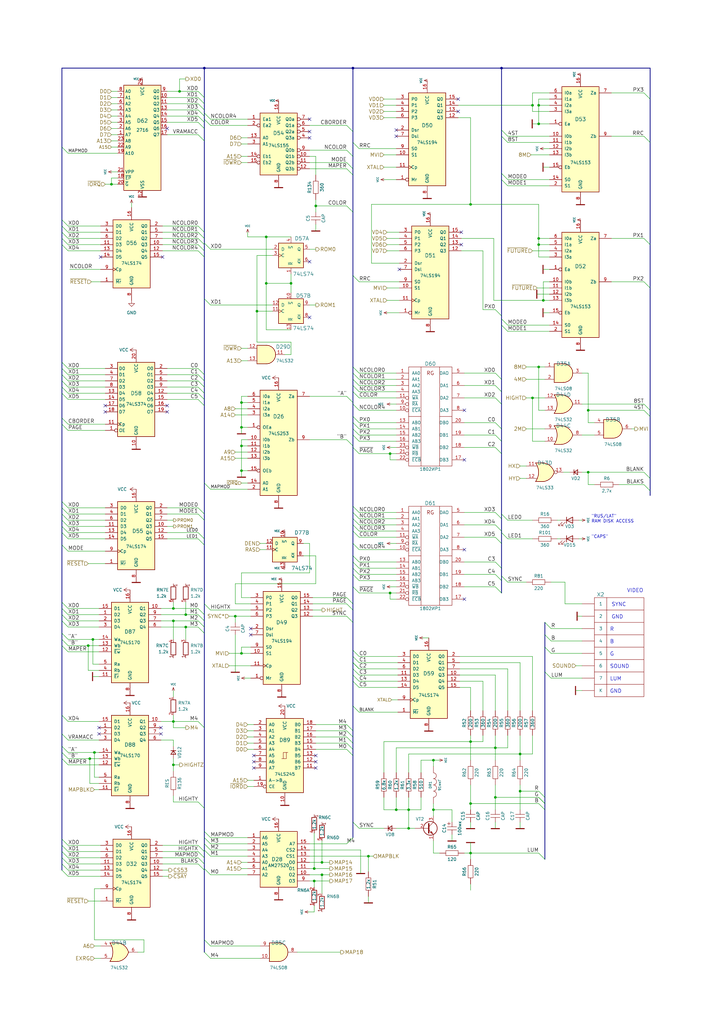
<source format=kicad_sch>
(kicad_sch (version 20211123) (generator eeschema)
  (paper "A3" portrait)
  (title_block (title "Aleste 520EX") (date "1994-01-04") (company "Patisonic") (comment 1 "Restored by Alexander Molodtsov") (comment 2 "Western version by Alessio Iodice") (comment 3 "Aleste 520EX"))
  (lib_symbols
    (symbol "74xx:74LS08" (pin_names (offset 1.016))
      (property "Reference" "U" (at 0 1.27 0))
      (property "Value" "74LS08" (at 0 -1.27 0))
      (symbol "74LS08_1_1"
        (pin input line (at -7.62 2.54 0) (length 3.81) (name "~") (number "1"))
        (pin input line (at -7.62 -2.54 0) (length 3.81) (name "~") (number "2"))
        (pin output line (at 7.62 0 180) (length 3.81) (name "~") (number "3"))
      )
      (symbol "74LS08_1_2"
        (pin input inverted (at -7.62 2.54 0) (length 4.318) (name "~") (number "1"))
        (pin input inverted (at -7.62 -2.54 0) (length 4.318) (name "~") (number "2"))
        (pin output inverted (at 7.62 0 180) (length 3.81) (name "~") (number "3"))
      )
      (symbol "74LS08_2_1"
        (pin input line (at -7.62 2.54 0) (length 3.81) (name "~") (number "4"))
        (pin input line (at -7.62 -2.54 0) (length 3.81) (name "~") (number "5"))
        (pin output line (at 7.62 0 180) (length 3.81) (name "~") (number "6"))
      )
      (symbol "74LS08_2_2"
        (pin input inverted (at -7.62 2.54 0) (length 4.318) (name "~") (number "4"))
        (pin input inverted (at -7.62 -2.54 0) (length 4.318) (name "~") (number "5"))
        (pin output inverted (at 7.62 0 180) (length 3.81) (name "~") (number "6"))
      )
      (symbol "74LS08_3_1"
        (pin input line (at -7.62 -2.54 0) (length 3.81) (name "~") (number "10"))
        (pin output line (at 7.62 0 180) (length 3.81) (name "~") (number "8"))
        (pin input line (at -7.62 2.54 0) (length 3.81) (name "~") (number "9"))
      )
      (symbol "74LS08_3_2"
        (pin input inverted (at -7.62 -2.54 0) (length 4.318) (name "~") (number "10"))
        (pin output inverted (at 7.62 0 180) (length 3.81) (name "~") (number "8"))
        (pin input inverted (at -7.62 2.54 0) (length 4.318) (name "~") (number "9"))
      )
      (symbol "74LS08_4_1"
        (pin output line (at 7.62 0 180) (length 3.81) (name "~") (number "11"))
        (pin input line (at -7.62 2.54 0) (length 3.81) (name "~") (number "12"))
        (pin input line (at -7.62 -2.54 0) (length 3.81) (name "~") (number "13"))
      )
      (symbol "74LS08_4_2"
        (pin output inverted (at 7.62 0 180) (length 3.81) (name "~") (number "11"))
        (pin input inverted (at -7.62 2.54 0) (length 4.318) (name "~") (number "12"))
        (pin input inverted (at -7.62 -2.54 0) (length 4.318) (name "~") (number "13"))
      )
      (symbol "74LS08_5_0"
        (pin power_in line (at 0 12.7 270) (length 5.08) (name "VCC") (number "14"))
        (pin power_in line (at 0 -12.7 90) (length 5.08) (name "GND") (number "7"))
      )
    )
    (symbol "74xx:74LS153" (pin_names (offset 1.016))
      (property "Reference" "U" (at -7.62 21.59 0))
      (property "Value" "74LS153" (at -7.62 -24.13 0))
      (symbol "74LS153_1_0"
        (pin input inverted (at -12.7 5.08 0) (length 5.08) (name "Ea") (number "1"))
        (pin input line (at -12.7 0 0) (length 5.08) (name "I0b") (number "10"))
        (pin input line (at -12.7 -2.54 0) (length 5.08) (name "I1b") (number "11"))
        (pin input line (at -12.7 -5.08 0) (length 5.08) (name "I2b") (number "12"))
        (pin input line (at -12.7 -7.62 0) (length 5.08) (name "I3b") (number "13"))
        (pin input line (at -12.7 -17.78 0) (length 5.08) (name "S0") (number "14"))
        (pin input inverted (at -12.7 -12.7 0) (length 5.08) (name "Eb") (number "15"))
        (pin power_in line (at 0 25.4 270) (length 5.08) (name "VCC") (number "16"))
        (pin input line (at -12.7 -20.32 0) (length 5.08) (name "S1") (number "2"))
        (pin input line (at -12.7 10.16 0) (length 5.08) (name "I3a") (number "3"))
        (pin input line (at -12.7 12.7 0) (length 5.08) (name "I2a") (number "4"))
        (pin input line (at -12.7 15.24 0) (length 5.08) (name "I1a") (number "5"))
        (pin input line (at -12.7 17.78 0) (length 5.08) (name "I0a") (number "6"))
        (pin output line (at 12.7 17.78 180) (length 5.08) (name "Za") (number "7"))
        (pin power_in line (at 0 -27.94 90) (length 5.08) (name "GND") (number "8"))
        (pin output line (at 12.7 0 180) (length 5.08) (name "Zb") (number "9"))
      )
    )
    (symbol "74xx:74LS155" (pin_names (offset 1.016))
      (property "Reference" "U" (at -7.62 13.97 0))
      (property "Value" "74LS155" (at -7.62 -13.97 0))
      (symbol "74LS155_1_0"
        (pin input line (at -12.7 10.16 0) (length 5.08) (name "Ea1") (number "1"))
        (pin output inverted (at 12.7 -5.08 180) (length 5.08) (name "Q1b") (number "10"))
        (pin output inverted (at 12.7 -7.62 180) (length 5.08) (name "Q2b") (number "11"))
        (pin output inverted (at 12.7 -10.16 180) (length 5.08) (name "Q3b") (number "12"))
        (pin input line (at -12.7 2.54 0) (length 5.08) (name "A0") (number "13"))
        (pin input inverted (at -12.7 -5.08 0) (length 5.08) (name "Eb1") (number "14"))
        (pin input inverted (at -12.7 -7.62 0) (length 5.08) (name "Eb2") (number "15"))
        (pin power_in line (at 0 17.78 270) (length 5.08) (name "VCC") (number "16"))
        (pin input inverted (at -12.7 7.62 0) (length 5.08) (name "Ea2") (number "2"))
        (pin input line (at -12.7 0 0) (length 5.08) (name "A1") (number "3"))
        (pin output inverted (at 12.7 2.54 180) (length 5.08) (name "Q3a") (number "4"))
        (pin output inverted (at 12.7 5.08 180) (length 5.08) (name "Q2a") (number "5"))
        (pin output inverted (at 12.7 7.62 180) (length 5.08) (name "Q1a") (number "6"))
        (pin output inverted (at 12.7 10.16 180) (length 5.08) (name "Q0a") (number "7"))
        (pin power_in line (at 0 -17.78 90) (length 5.08) (name "GND") (number "8"))
        (pin output inverted (at 12.7 -2.54 180) (length 5.08) (name "Q0b") (number "9"))
      )
    )
    (symbol "74xx:74LS170" (pin_names (offset 1.016))
      (property "Reference" "U" (at -7.62 16.51 0))
      (property "Value" "74LS170" (at -7.62 -19.05 0))
      (symbol "74LS170_1_0"
        (pin input line (at -12.7 10.16 0) (length 5.08) (name "D2") (number "1"))
        (pin tri_state line (at 12.7 12.7 180) (length 5.08) (name "Q1") (number "10"))
        (pin input line (at -12.7 -15.24 0) (length 5.08) (name "~{Er}") (number "11"))
        (pin input line (at -12.7 -5.08 0) (length 5.08) (name "~{Ew}") (number "12"))
        (pin input line (at -12.7 -2.54 0) (length 5.08) (name "Wb") (number "13"))
        (pin input line (at -12.7 0 0) (length 5.08) (name "Wa") (number "14"))
        (pin input line (at -12.7 12.7 0) (length 5.08) (name "D1") (number "15"))
        (pin power_in line (at 0 20.32 270) (length 5.08) (name "VCC") (number "16"))
        (pin input line (at -12.7 7.62 0) (length 5.08) (name "D3") (number "2"))
        (pin input line (at -12.7 5.08 0) (length 5.08) (name "D4") (number "3"))
        (pin input line (at -12.7 -12.7 0) (length 5.08) (name "Rb") (number "4"))
        (pin input line (at -12.7 -10.16 0) (length 5.08) (name "Ra") (number "5"))
        (pin tri_state line (at 12.7 5.08 180) (length 5.08) (name "Q4") (number "6"))
        (pin tri_state line (at 12.7 7.62 180) (length 5.08) (name "Q3") (number "7"))
        (pin power_in line (at 0 -22.86 90) (length 5.08) (name "GND") (number "8"))
        (pin tri_state line (at 12.7 10.16 180) (length 5.08) (name "Q2") (number "9"))
      )
    )
    (symbol "74xx:74LS174" (pin_names (offset 1.016))
      (property "Reference" "U" (at -7.62 13.97 0))
      (property "Value" "74LS174" (at -7.62 -16.51 0))
      (symbol "74LS174_1_0"
        (pin input line (at -12.7 -12.7 0) (length 5.08) (name "~{Mr}") (number "1"))
        (pin output line (at 12.7 2.54 180) (length 5.08) (name "Q3") (number "10"))
        (pin input line (at -12.7 2.54 0) (length 5.08) (name "D3") (number "11"))
        (pin output line (at 12.7 0 180) (length 5.08) (name "Q4") (number "12"))
        (pin input line (at -12.7 0 0) (length 5.08) (name "D4") (number "13"))
        (pin input line (at -12.7 -2.54 0) (length 5.08) (name "D5") (number "14"))
        (pin output line (at 12.7 -2.54 180) (length 5.08) (name "Q5") (number "15"))
        (pin power_in line (at 0 17.78 270) (length 5.08) (name "VCC") (number "16"))
        (pin output line (at 12.7 10.16 180) (length 5.08) (name "Q0") (number "2"))
        (pin input line (at -12.7 10.16 0) (length 5.08) (name "D0") (number "3"))
        (pin input line (at -12.7 7.62 0) (length 5.08) (name "D1") (number "4"))
        (pin output line (at 12.7 7.62 180) (length 5.08) (name "Q1") (number "5"))
        (pin input line (at -12.7 5.08 0) (length 5.08) (name "D2") (number "6"))
        (pin output line (at 12.7 5.08 180) (length 5.08) (name "Q2") (number "7"))
        (pin power_in line (at 0 -20.32 90) (length 5.08) (name "GND") (number "8"))
        (pin input clock (at -12.7 -7.62 0) (length 5.08) (name "Cp") (number "9"))
      )
    )
    (symbol "74xx:74LS194" (pin_names (offset 1.016))
      (property "Reference" "U" (at -7.62 19.05 0))
      (property "Value" "74LS194" (at -7.62 -21.59 0))
      (symbol "74LS194_1_0"
        (pin input inverted (at -12.7 -17.78 0) (length 5.08) (name "Mr") (number "1"))
        (pin input line (at -12.7 -7.62 0) (length 5.08) (name "S1") (number "10"))
        (pin input clock (at -12.7 -12.7 0) (length 5.08) (name "Cp") (number "11"))
        (pin output line (at 12.7 7.62 180) (length 5.08) (name "Q3") (number "12"))
        (pin output line (at 12.7 10.16 180) (length 5.08) (name "Q2") (number "13"))
        (pin output line (at 12.7 12.7 180) (length 5.08) (name "Q1") (number "14"))
        (pin output line (at 12.7 15.24 180) (length 5.08) (name "Q0") (number "15"))
        (pin power_in line (at 0 22.86 270) (length 5.08) (name "VCC") (number "16"))
        (pin input line (at -12.7 2.54 0) (length 5.08) (name "Dsr") (number "2"))
        (pin input line (at -12.7 15.24 0) (length 5.08) (name "P0") (number "3"))
        (pin input line (at -12.7 12.7 0) (length 5.08) (name "P1") (number "4"))
        (pin input line (at -12.7 10.16 0) (length 5.08) (name "P2") (number "5"))
        (pin input line (at -12.7 7.62 0) (length 5.08) (name "P3") (number "6"))
        (pin input line (at -12.7 0 0) (length 5.08) (name "Dsl") (number "7"))
        (pin power_in line (at 0 -25.4 90) (length 5.08) (name "GND") (number "8"))
        (pin input line (at -12.7 -5.08 0) (length 5.08) (name "S0") (number "9"))
      )
    )
    (symbol "74xx:74LS245" (pin_names (offset 1.016))
      (property "Reference" "U" (at -7.62 16.51 0))
      (property "Value" "74LS245" (at -7.62 -16.51 0))
      (symbol "74LS245_1_0"
        (pin input line (at -12.7 -10.16 0) (length 5.08) (name "A->B") (number "1"))
        (pin power_in line (at 0 -20.32 90) (length 5.08) (name "GND") (number "10"))
        (pin tri_state line (at 12.7 -5.08 180) (length 5.08) (name "B7") (number "11"))
        (pin tri_state line (at 12.7 -2.54 180) (length 5.08) (name "B6") (number "12"))
        (pin tri_state line (at 12.7 0 180) (length 5.08) (name "B5") (number "13"))
        (pin tri_state line (at 12.7 2.54 180) (length 5.08) (name "B4") (number "14"))
        (pin tri_state line (at 12.7 5.08 180) (length 5.08) (name "B3") (number "15"))
        (pin tri_state line (at 12.7 7.62 180) (length 5.08) (name "B2") (number "16"))
        (pin tri_state line (at 12.7 10.16 180) (length 5.08) (name "B1") (number "17"))
        (pin tri_state line (at 12.7 12.7 180) (length 5.08) (name "B0") (number "18"))
        (pin input inverted (at -12.7 -12.7 0) (length 5.08) (name "CE") (number "19"))
        (pin tri_state line (at -12.7 12.7 0) (length 5.08) (name "A0") (number "2"))
        (pin power_in line (at 0 20.32 270) (length 5.08) (name "VCC") (number "20"))
        (pin tri_state line (at -12.7 10.16 0) (length 5.08) (name "A1") (number "3"))
        (pin tri_state line (at -12.7 7.62 0) (length 5.08) (name "A2") (number "4"))
        (pin tri_state line (at -12.7 5.08 0) (length 5.08) (name "A3") (number "5"))
        (pin tri_state line (at -12.7 2.54 0) (length 5.08) (name "A4") (number "6"))
        (pin tri_state line (at -12.7 0 0) (length 5.08) (name "A5") (number "7"))
        (pin tri_state line (at -12.7 -2.54 0) (length 5.08) (name "A6") (number "8"))
        (pin tri_state line (at -12.7 -5.08 0) (length 5.08) (name "A7") (number "9"))
      )
    )
    (symbol "74xx:74LS253" (pin_names (offset 1.016))
      (property "Reference" "U" (at -7.62 21.59 0))
      (property "Value" "74LS253" (at -7.62 -24.13 0))
      (symbol "74LS253_1_0"
        (pin input inverted (at -12.7 5.08 0) (length 5.08) (name "OEa") (number "1"))
        (pin input line (at -12.7 0 0) (length 5.08) (name "I0b") (number "10"))
        (pin input line (at -12.7 -2.54 0) (length 5.08) (name "I1b") (number "11"))
        (pin input line (at -12.7 -5.08 0) (length 5.08) (name "I2b") (number "12"))
        (pin input line (at -12.7 -7.62 0) (length 5.08) (name "I3b") (number "13"))
        (pin input line (at -12.7 -17.78 0) (length 5.08) (name "A0") (number "14"))
        (pin input inverted (at -12.7 -12.7 0) (length 5.08) (name "OEb") (number "15"))
        (pin power_in line (at 0 25.4 270) (length 5.08) (name "VCC") (number "16"))
        (pin input line (at -12.7 -20.32 0) (length 5.08) (name "A1") (number "2"))
        (pin input line (at -12.7 10.16 0) (length 5.08) (name "I3a") (number "3"))
        (pin input line (at -12.7 12.7 0) (length 5.08) (name "I2a") (number "4"))
        (pin input line (at -12.7 15.24 0) (length 5.08) (name "I1a") (number "5"))
        (pin input line (at -12.7 17.78 0) (length 5.08) (name "I0a") (number "6"))
        (pin tri_state line (at 12.7 17.78 180) (length 5.08) (name "Za") (number "7"))
        (pin power_in line (at 0 -27.94 90) (length 5.08) (name "GND") (number "8"))
        (pin tri_state line (at 12.7 0 180) (length 5.08) (name "Zb") (number "9"))
      )
    )
    (symbol "74xx:74LS32" (pin_names (offset 1.016))
      (property "Reference" "U" (at 0 1.27 0))
      (property "Value" "74LS32" (at 0 -1.27 0))
      (symbol "74LS32_1_1"
        (pin input line (at -7.62 2.54 0) (length 4.318) (name "~") (number "1"))
        (pin input line (at -7.62 -2.54 0) (length 4.318) (name "~") (number "2"))
        (pin output line (at 7.62 0 180) (length 3.81) (name "~") (number "3"))
      )
      (symbol "74LS32_1_2"
        (pin input inverted (at -7.62 2.54 0) (length 3.81) (name "~") (number "1"))
        (pin input inverted (at -7.62 -2.54 0) (length 3.81) (name "~") (number "2"))
        (pin output inverted (at 7.62 0 180) (length 3.81) (name "~") (number "3"))
      )
      (symbol "74LS32_2_1"
        (pin input line (at -7.62 2.54 0) (length 4.318) (name "~") (number "4"))
        (pin input line (at -7.62 -2.54 0) (length 4.318) (name "~") (number "5"))
        (pin output line (at 7.62 0 180) (length 3.81) (name "~") (number "6"))
      )
      (symbol "74LS32_2_2"
        (pin input inverted (at -7.62 2.54 0) (length 3.81) (name "~") (number "4"))
        (pin input inverted (at -7.62 -2.54 0) (length 3.81) (name "~") (number "5"))
        (pin output inverted (at 7.62 0 180) (length 3.81) (name "~") (number "6"))
      )
      (symbol "74LS32_3_1"
        (pin input line (at -7.62 -2.54 0) (length 4.318) (name "~") (number "10"))
        (pin output line (at 7.62 0 180) (length 3.81) (name "~") (number "8"))
        (pin input line (at -7.62 2.54 0) (length 4.318) (name "~") (number "9"))
      )
      (symbol "74LS32_3_2"
        (pin input inverted (at -7.62 -2.54 0) (length 3.81) (name "~") (number "10"))
        (pin output inverted (at 7.62 0 180) (length 3.81) (name "~") (number "8"))
        (pin input inverted (at -7.62 2.54 0) (length 3.81) (name "~") (number "9"))
      )
      (symbol "74LS32_4_1"
        (pin output line (at 7.62 0 180) (length 3.81) (name "~") (number "11"))
        (pin input line (at -7.62 2.54 0) (length 4.318) (name "~") (number "12"))
        (pin input line (at -7.62 -2.54 0) (length 4.318) (name "~") (number "13"))
      )
      (symbol "74LS32_4_2"
        (pin output inverted (at 7.62 0 180) (length 3.81) (name "~") (number "11"))
        (pin input inverted (at -7.62 2.54 0) (length 3.81) (name "~") (number "12"))
        (pin input inverted (at -7.62 -2.54 0) (length 3.81) (name "~") (number "13"))
      )
      (symbol "74LS32_5_0"
        (pin power_in line (at 0 12.7 270) (length 5.08) (name "VCC") (number "14"))
        (pin power_in line (at 0 -12.7 90) (length 5.08) (name "GND") (number "7"))
      )
    )
    (symbol "74xx:74LS33" (pin_names (offset 1.016))
      (property "Reference" "U" (at 0 1.27 0))
      (property "Value" "74LS33" (at 0 -1.27 0))
      (symbol "74LS33_1_1"
        (pin open_collector inverted (at 7.62 0 180) (length 3.81) (name "~") (number "1"))
        (pin input line (at -7.62 2.54 0) (length 4.318) (name "~") (number "2"))
        (pin input line (at -7.62 -2.54 0) (length 4.318) (name "~") (number "3"))
      )
      (symbol "74LS33_1_2"
        (pin open_collector line (at 7.62 0 180) (length 3.81) (name "~") (number "1"))
        (pin input inverted (at -7.62 2.54 0) (length 3.81) (name "~") (number "2"))
        (pin input inverted (at -7.62 -2.54 0) (length 3.81) (name "~") (number "3"))
      )
      (symbol "74LS33_2_1"
        (pin open_collector inverted (at 7.62 0 180) (length 3.81) (name "~") (number "4"))
        (pin input line (at -7.62 2.54 0) (length 4.318) (name "~") (number "5"))
        (pin input line (at -7.62 -2.54 0) (length 4.318) (name "~") (number "6"))
      )
      (symbol "74LS33_2_2"
        (pin open_collector line (at 7.62 0 180) (length 3.81) (name "~") (number "4"))
        (pin input inverted (at -7.62 2.54 0) (length 3.81) (name "~") (number "5"))
        (pin input inverted (at -7.62 -2.54 0) (length 3.81) (name "~") (number "6"))
      )
      (symbol "74LS33_3_1"
        (pin open_collector inverted (at 7.62 0 180) (length 3.81) (name "~") (number "10"))
        (pin input line (at -7.62 2.54 0) (length 4.318) (name "~") (number "8"))
        (pin input line (at -7.62 -2.54 0) (length 4.318) (name "~") (number "9"))
      )
      (symbol "74LS33_3_2"
        (pin open_collector line (at 7.62 0 180) (length 3.81) (name "~") (number "10"))
        (pin input inverted (at -7.62 2.54 0) (length 3.81) (name "~") (number "8"))
        (pin input inverted (at -7.62 -2.54 0) (length 3.81) (name "~") (number "9"))
      )
      (symbol "74LS33_4_1"
        (pin input line (at -7.62 2.54 0) (length 4.318) (name "~") (number "11"))
        (pin input line (at -7.62 -2.54 0) (length 4.318) (name "~") (number "12"))
        (pin open_collector inverted (at 7.62 0 180) (length 3.81) (name "~") (number "13"))
      )
      (symbol "74LS33_4_2"
        (pin input inverted (at -7.62 2.54 0) (length 3.81) (name "~") (number "11"))
        (pin input inverted (at -7.62 -2.54 0) (length 3.81) (name "~") (number "12"))
        (pin open_collector line (at 7.62 0 180) (length 3.81) (name "~") (number "13"))
      )
      (symbol "74LS33_5_0"
        (pin power_in line (at 0 12.7 270) (length 5.08) (name "VCC") (number "14"))
        (pin power_in line (at 0 -12.7 90) (length 5.08) (name "GND") (number "7"))
      )
    )
    (symbol "74xx:74LS374"
      (property "Reference" "U" (at -7.62 16.51 0))
      (property "Value" "74LS374" (at -7.62 -16.51 0))
      (symbol "74LS374_1_0"
        (pin input inverted (at -12.7 -12.7 0) (length 5.08) (name "OE") (number "1"))
        (pin power_in line (at 0 -20.32 90) (length 5.08) (name "GND") (number "10"))
        (pin input clock (at -12.7 -10.16 0) (length 5.08) (name "Cp") (number "11"))
        (pin tri_state line (at 12.7 2.54 180) (length 5.08) (name "O4") (number "12"))
        (pin input line (at -12.7 2.54 0) (length 5.08) (name "D4") (number "13"))
        (pin input line (at -12.7 0 0) (length 5.08) (name "D5") (number "14"))
        (pin tri_state line (at 12.7 0 180) (length 5.08) (name "O5") (number "15"))
        (pin tri_state line (at 12.7 -2.54 180) (length 5.08) (name "O6") (number "16"))
        (pin input line (at -12.7 -2.54 0) (length 5.08) (name "D6") (number "17"))
        (pin input line (at -12.7 -5.08 0) (length 5.08) (name "D7") (number "18"))
        (pin tri_state line (at 12.7 -5.08 180) (length 5.08) (name "O7") (number "19"))
        (pin tri_state line (at 12.7 12.7 180) (length 5.08) (name "O0") (number "2"))
        (pin power_in line (at 0 20.32 270) (length 5.08) (name "VCC") (number "20"))
        (pin input line (at -12.7 12.7 0) (length 5.08) (name "D0") (number "3"))
        (pin input line (at -12.7 10.16 0) (length 5.08) (name "D1") (number "4"))
        (pin tri_state line (at 12.7 10.16 180) (length 5.08) (name "O1") (number "5"))
        (pin tri_state line (at 12.7 7.62 180) (length 5.08) (name "O2") (number "6"))
        (pin input line (at -12.7 7.62 0) (length 5.08) (name "D2") (number "7"))
        (pin input line (at -12.7 5.08 0) (length 5.08) (name "D3") (number "8"))
        (pin tri_state line (at 12.7 5.08 180) (length 5.08) (name "O3") (number "9"))
      )
    )
    (symbol "74xx:74LS74" (pin_names (offset 1.016))
      (property "Reference" "U" (at -7.62 8.89 0))
      (property "Value" "74LS74" (at -7.62 -8.89 0))
      (symbol "74LS74_1_0"
        (pin input line (at 0 -7.62 90) (length 2.54) (name "~{R}") (number "1"))
        (pin input line (at -7.62 2.54 0) (length 2.54) (name "D") (number "2"))
        (pin input clock (at -7.62 0 0) (length 2.54) (name "C") (number "3"))
        (pin input line (at 0 7.62 270) (length 2.54) (name "~{S}") (number "4"))
        (pin output line (at 7.62 2.54 180) (length 2.54) (name "Q") (number "5"))
        (pin output line (at 7.62 -2.54 180) (length 2.54) (name "~{Q}") (number "6"))
      )
      (symbol "74LS74_2_0"
        (pin input line (at 0 7.62 270) (length 2.54) (name "~{S}") (number "10"))
        (pin input clock (at -7.62 0 0) (length 2.54) (name "C") (number "11"))
        (pin input line (at -7.62 2.54 0) (length 2.54) (name "D") (number "12"))
        (pin input line (at 0 -7.62 90) (length 2.54) (name "~{R}") (number "13"))
        (pin output line (at 7.62 -2.54 180) (length 2.54) (name "~{Q}") (number "8"))
        (pin output line (at 7.62 2.54 180) (length 2.54) (name "Q") (number "9"))
      )
      (symbol "74LS74_3_0"
        (pin power_in line (at 0 10.16 270) (length 2.54) (name "VCC") (number "14"))
        (pin power_in line (at 0 -10.16 90) (length 2.54) (name "GND") (number "7"))
      )
    )
    (symbol "Common_Alessio:2716"
      (property "Reference" "IC" (at 1.27 1.27 0))
      (property "Value" "2716" (at 2.54 3.81 0))
      (symbol "2716_1_1"
        (pin input line (at 0 -22.86 0) (length 2.54) (name "A7") (number "1"))
        (pin tri_state line (at 20.32 -7.62 180) (length 2.54) (name "Q1") (number "10"))
        (pin tri_state line (at 20.32 -10.16 180) (length 2.54) (name "Q2") (number "11"))
        (pin power_in line (at 10.16 -48.26 90) (length 2.54) (name "VSS") (number "12"))
        (pin tri_state line (at 20.32 -12.7 180) (length 2.54) (name "Q3") (number "13"))
        (pin tri_state line (at 20.32 -15.24 180) (length 2.54) (name "Q4") (number "14"))
        (pin tri_state line (at 20.32 -17.78 180) (length 2.54) (name "Q5") (number "15"))
        (pin tri_state line (at 20.32 -20.32 180) (length 2.54) (name "Q6") (number "16"))
        (pin tri_state line (at 20.32 -22.86 180) (length 2.54) (name "Q7") (number "17"))
        (pin input line (at 0 -40.64 0) (length 2.54) (name "~{EP}") (number "18"))
        (pin input line (at 0 -30.48 0) (length 2.54) (name "A10") (number "19"))
        (pin input line (at 0 -20.32 0) (length 2.54) (name "A6") (number "2"))
        (pin input line (at 0 -43.18 0) (length 2.54) (name "~{G}") (number "20"))
        (pin power_in line (at 0 -38.1 0) (length 2.54) (name "VPP") (number "21"))
        (pin input line (at 0 -27.94 0) (length 2.54) (name "A9") (number "22"))
        (pin input line (at 0 -25.4 0) (length 2.54) (name "A8") (number "23"))
        (pin power_in line (at 10.16 0 270) (length 2.54) (name "VCC") (number "24"))
        (pin input line (at 0 -17.78 0) (length 2.54) (name "A5") (number "3"))
        (pin input line (at 0 -15.24 0) (length 2.54) (name "A4") (number "4"))
        (pin input line (at 0 -12.7 0) (length 2.54) (name "A3") (number "5"))
        (pin input line (at 0 -10.16 0) (length 2.54) (name "A2") (number "6"))
        (pin input line (at 0 -7.62 0) (length 2.54) (name "A1") (number "7"))
        (pin input line (at 0 -5.08 0) (length 2.54) (name "A0") (number "8"))
        (pin tri_state line (at 20.32 -5.08 180) (length 2.54) (name "Q0") (number "9"))
      )
    )
    (symbol "Common_Alessio:AM27S20" (pin_names (offset 0.762))
      (property "Reference" "IC" (at 21.59 7.62 0))
      (property "Value" "AM27S20" (at 21.59 5.08 0))
      (symbol "AM27S20_0_0"
        (pin input line (at 0 0 0) (length 5.08) (name "A6") (number "1"))
        (pin output line (at 25.4 -15.24 180) (length 5.08) (name "O2") (number "10"))
        (pin output line (at 25.4 -12.7 180) (length 5.08) (name "O1") (number "11"))
        (pin output line (at 25.4 -10.16 180) (length 5.08) (name "O0") (number "12"))
        (pin output line (at 25.4 -7.62 180) (length 5.08) (name "CS1") (number "13"))
        (pin output line (at 25.4 -5.08 180) (length 5.08) (name "CS2") (number "14"))
        (pin input line (at 25.4 -2.54 180) (length 5.08) (name "A7") (number "15"))
        (pin power_in line (at 12.7 7.62 270) (length 5.08) (name "VCC") (number "16"))
        (pin input line (at 0 -2.54 0) (length 5.08) (name "A5") (number "2"))
        (pin input line (at 0 -5.08 0) (length 5.08) (name "A4") (number "3"))
        (pin input line (at 0 -7.62 0) (length 5.08) (name "A3") (number "4"))
        (pin input line (at 0 -10.16 0) (length 5.08) (name "A0") (number "5"))
        (pin input line (at 0 -12.7 0) (length 5.08) (name "A1") (number "6"))
        (pin input line (at 0 -15.24 0) (length 5.08) (name "A2") (number "7"))
        (pin power_in line (at 12.7 -25.4 90) (length 5.08) (name "GND") (number "8"))
        (pin output line (at 25.4 -17.78 180) (length 5.08) (name "O3") (number "9"))
      )
    )
    (symbol "Device:D_Small" (pin_numbers hide) (pin_names (offset 0.254) hide)
      (property "Reference" "D" (at -1.27 2.032 0))
      (property "Value" "D_Small" (at -3.81 -2.032 0))
      (symbol "D_Small_1_1"
        (pin passive line (at -2.54 0 0) (length 1.778) (name "K") (number "1"))
        (pin passive line (at 2.54 0 180) (length 1.778) (name "A") (number "2"))
      )
    )
    (symbol "Device:LED" (pin_numbers hide) (pin_names (offset 1.016) hide)
      (property "Reference" "D" (at 0 2.54 0))
      (property "Value" "LED" (at 0 -2.54 0))
      (symbol "LED_1_1"
        (pin passive line (at -3.81 0 0) (length 2.54) (name "K") (number "1"))
        (pin passive line (at 3.81 0 180) (length 2.54) (name "A") (number "2"))
      )
    )
    (symbol "Device:R_Network04_Split" (pin_names (offset 0) hide)
      (property "Reference" "RN" (at 2.032 0 90))
      (property "Value" "R_Network04_Split" (at 0 0 90))
      (symbol "R_Network04_Split_1_1"
        (pin passive line (at 0 3.81 270) (length 1.27) (name "R1.1") (number "1"))
        (pin passive line (at 0 -3.81 90) (length 1.27) (name "R1.2") (number "2"))
      )
      (symbol "R_Network04_Split_2_1"
        (text "1" (at 0.889 3.175 900) (effects (font (size 1.27 1.27))))
        (pin passive line (at 0 -3.81 90) (length 1.27) (name "R2.2") (number "3"))
      )
      (symbol "R_Network04_Split_3_1"
        (text "1" (at 0.889 3.175 900) (effects (font (size 1.27 1.27))))
        (pin passive line (at 0 -3.81 90) (length 1.27) (name "R3.2") (number "4"))
      )
      (symbol "R_Network04_Split_4_1"
        (text "1" (at 0.889 3.175 900) (effects (font (size 1.27 1.27))))
        (pin passive line (at 0 -3.81 90) (length 1.27) (name "R4.2") (number "5"))
      )
    )
    (symbol "Device:R_Network05_Split" (pin_names (offset 0) hide)
      (property "Reference" "RN" (at 2.032 0 90))
      (property "Value" "R_Network05_Split" (at 0 0 90))
      (symbol "R_Network05_Split_1_1"
        (pin passive line (at 0 3.81 270) (length 1.27) (name "R1.1") (number "1"))
        (pin passive line (at 0 -3.81 90) (length 1.27) (name "R1.2") (number "2"))
      )
      (symbol "R_Network05_Split_2_1"
        (text "1" (at 0.889 3.175 900) (effects (font (size 1.27 1.27))))
        (pin passive line (at 0 -3.81 90) (length 1.27) (name "R2.2") (number "3"))
      )
      (symbol "R_Network05_Split_3_1"
        (text "1" (at 0.889 3.175 900) (effects (font (size 1.27 1.27))))
        (pin passive line (at 0 -3.81 90) (length 1.27) (name "R3.2") (number "4"))
      )
      (symbol "R_Network05_Split_4_1"
        (text "1" (at 0.889 3.175 900) (effects (font (size 1.27 1.27))))
        (pin passive line (at 0 -3.81 90) (length 1.27) (name "R4.2") (number "5"))
      )
      (symbol "R_Network05_Split_5_1"
        (text "1" (at 0.889 3.175 900) (effects (font (size 1.27 1.27))))
        (pin passive line (at 0 -3.81 90) (length 1.27) (name "R5.2") (number "6"))
      )
    )
    (symbol "Transistor_BJT:2N3904" (pin_names (offset 0) hide)
      (property "Reference" "Q" (at 5.08 1.905 0))
      (property "Value" "2N3904" (at 5.08 0 0))
      (symbol "2N3904_1_1"
        (pin passive line (at 2.54 -5.08 90) (length 2.54) (name "E") (number "1"))
        (pin passive line (at -5.08 0 0) (length 5.715) (name "B") (number "2"))
        (pin passive line (at 2.54 5.08 270) (length 2.54) (name "C") (number "3"))
      )
    )
    (symbol "aleste-rescue:1802ИР1" (pin_names (offset 1.27))
      (property "Reference" "DD" (at 13.97 3.81 0))
      (property "Value" "1802ИР1" (at 13.97 -39.37 0))
      (symbol "1802ИР1_0_0"
        (text "RG" (at 13.97 0 0) (effects (font (size 1.524 1.524))))
        (pin power_in line (at 13.97 -38.1 270) (length 0) hide (name "GND") (number "12"))
        (pin power_in line (at 13.97 2.54 270) (length 0) hide (name "VCC") (number "24"))
      )
      (symbol "1802ИР1_1_0"
        (pin input line (at 0 0 0) (length 5.08) (name "AA0") (number "1"))
        (pin input line (at 0 -20.32 0) (length 5.08) (name "AB0") (number "13"))
        (pin input line (at 0 -22.86 0) (length 5.08) (name "AB1") (number "14"))
        (pin input line (at 0 -25.4 0) (length 5.08) (name "AB2") (number "15"))
        (pin input line (at 0 -27.94 0) (length 5.08) (name "AB3") (number "16"))
        (pin bidirectional line (at 27.94 -35.56 180) (length 5.08) (name "DB3") (number "17"))
        (pin bidirectional line (at 27.94 -30.48 180) (length 5.08) (name "DB2") (number "18"))
        (pin bidirectional line (at 27.94 -25.4 180) (length 5.08) (name "DB1") (number "19"))
        (pin input line (at 0 -2.54 0) (length 5.08) (name "AA1") (number "2"))
        (pin bidirectional line (at 27.94 -20.32 180) (length 5.08) (name "DB0") (number "20"))
        (pin input line (at 0 -5.08 0) (length 5.08) (name "AA2") (number "3"))
        (pin input line (at 0 -7.62 0) (length 5.08) (name "AA3") (number "4"))
        (pin bidirectional line (at 27.94 0 180) (length 5.08) (name "DAO") (number "5"))
        (pin bidirectional line (at 27.94 -5.08 180) (length 5.08) (name "DA1") (number "6"))
        (pin bidirectional line (at 27.94 -10.16 180) (length 5.08) (name "DA2") (number "7"))
        (pin bidirectional line (at 27.94 -15.24 180) (length 5.08) (name "DA3") (number "8"))
      )
      (symbol "1802ИР1_1_1"
        (pin input inverted (at 0 -15.24 0) (length 5.08) (name "~{ECA}") (number "10"))
        (pin input inverted (at 0 -10.16 0) (length 5.08) (name "~{WA}") (number "11"))
        (pin input inverted (at 0 -33.02 0) (length 5.08) (name "~{RB}") (number "21"))
        (pin input inverted (at 0 -35.56 0) (length 5.08) (name "~{ECB}") (number "22"))
        (pin input inverted (at 0 -30.48 0) (length 5.08) (name "~{WB}") (number "23"))
        (pin input inverted (at 0 -12.7 0) (length 5.08) (name "~{RA}") (number "9"))
      )
    )
    (symbol "aleste-rescue:CAP" (pin_numbers hide) (pin_names (offset 0.0254) hide)
      (property "Reference" "C" (at 0 3.175 0))
      (property "Value" "CAP" (at 0 -3.175 0))
      (symbol "CAP_1_0"
        (pin passive line (at -2.54 0 0) (length 1.905) (name "~") (number "1"))
        (pin passive line (at 2.54 0 180) (length 1.905) (name "~") (number "2"))
      )
    )
    (symbol "aleste-rescue:CAPP" (pin_numbers hide) (pin_names (offset 0.0254) hide)
      (property "Reference" "C" (at 0 3.175 0))
      (property "Value" "CAPP" (at 0 -3.175 0))
      (symbol "CAPP_1_0"
        (pin passive line (at -2.54 0 0) (length 1.905) (name "~") (number "1"))
        (pin passive line (at 2.54 0 180) (length 1.905) (name "~") (number "2"))
      )
    )
    (symbol "aleste-rescue:CONN-7S" (pin_numbers hide) (pin_names (offset 1.905))
      (property "Reference" "X" (at 7.62 3.81 0))
      (symbol "CONN-7S_1_0"
        (pin unspecified line (at 0 0 0) (length 5.08) (name "1") (number "1"))
        (pin unspecified line (at 0 -5.08 0) (length 5.08) (name "2") (number "2"))
        (pin unspecified line (at 0 -10.16 0) (length 5.08) (name "3") (number "3"))
        (pin unspecified line (at 0 -15.24 0) (length 5.08) (name "4") (number "4"))
        (pin unspecified line (at 0 -20.32 0) (length 5.08) (name "5") (number "5"))
        (pin unspecified line (at 0 -25.4 0) (length 5.08) (name "6") (number "6"))
        (pin unspecified line (at 0 -30.48 0) (length 5.08) (name "7") (number "7"))
        (pin unspecified line (at 0 -35.56 0) (length 5.08) (name "К") (number "S"))
      )
    )
    (symbol "aleste-rescue:GND" (power) (pin_names (offset 0))
      (symbol "GND_1_1"
        (pin power_in line (at 0 0 90) (length 0) hide (name "GND") (number "1"))
      )
    )
    (symbol "aleste-rescue:INDUCTOR" (pin_numbers hide) (pin_names (offset 1.016) hide)
      (property "Reference" "L" (at -1.27 0 90))
      (property "Value" "INDUCTOR" (at 2.54 0 90))
      (symbol "INDUCTOR_1_1"
        (pin passive line (at 0 7.62 270) (length 2.54) (name "1") (number "1"))
        (pin passive line (at 0 -7.62 90) (length 2.54) (name "2") (number "2"))
      )
    )
    (symbol "aleste-rescue:RES" (pin_numbers hide) (pin_names (offset 0.0254) hide)
      (property "Reference" "R" (at 0 2.54 0))
      (property "Value" "RES" (at 0 -2.54 0))
      (symbol "RES_1_0"
        (pin passive line (at -5.08 0 0) (length 2.54) (name "~") (number "1"))
        (pin passive line (at 5.08 0 180) (length 2.54) (name "~") (number "2"))
      )
    )
    (symbol "aleste-rescue:VCC" (power) (pin_names (offset 0))
      (property "Value" "VCC" (at 0 1.905 0))
      (symbol "VCC_1_1"
        (pin power_in line (at 0 0 90) (length 0) hide (name "VCC") (number "1"))
      )
    )
    (symbol "power:GND" (power) (pin_names (offset 0))
      (property "Value" "GND" (at 0 -3.81 0))
      (symbol "GND_1_1"
        (pin power_in line (at 0 0 270) (length 0) hide (name "GND") (number "1"))
      )
    )
    (symbol "power:VCC" (power) (pin_names (offset 0))
      (property "Value" "VCC" (at 0 3.81 0))
      (symbol "VCC_1_1"
        (pin power_in line (at 0 0 90) (length 0) hide (name "VCC") (number "1"))
      )
    )
  )
  (junction (at 167.64 339.725))
  (junction (at 109.22 97.155))
  (junction (at 73.66 37.465))
  (junction (at 167.64 332.105))
  (junction (at 109.22 116.205))
  (junction (at 128.905 356.235))
  (junction (at 160.02 243.205))
  (junction (at 96.52 252.73))
  (junction (at 203.2 306.705))
  (junction (at 71.12 313.69))
  (junction (at 105.41 127.635))
  (junction (at 76.2 252.095))
  (junction (at 193.04 304.165))
  (junction (at 99.06 175.26))
  (junction (at 99.06 182.88))
  (junction (at 99.06 267.97))
  (junction (at 203.2 327.025))
  (junction (at 205.74 27.94))
  (junction (at 144.78 27.94))
  (junction (at 151.13 351.155))
  (junction (at 132.08 358.775))
  (junction (at 36.195 264.795))
  (junction (at 177.8 332.105))
  (junction (at 193.04 349.885))
  (junction (at 213.36 309.245))
  (junction (at 83.82 27.94))
  (junction (at 177.8 311.785))
  (junction (at 218.44 163.195))
  (junction (at 162.56 332.105))
  (junction (at 99.06 193.04))
  (junction (at 99.06 165.1))
  (junction (at 220.98 50.8))
  (junction (at 36.83 311.15))
  (junction (at 45.72 75.565))
  (junction (at 119.38 116.205))
  (junction (at 193.04 329.565))
  (junction (at 38.735 308.61))
  (junction (at 132.08 353.695))
  (junction (at 220.98 97.79))
  (junction (at 218.44 43.18))
  (junction (at 220.98 43.18))
  (junction (at 241.3 168.275))
  (junction (at 193.04 83.82))
  (junction (at 129.54 84.455))
  (junction (at 71.12 249.555))
  (junction (at 213.36 324.485))
  (junction (at 220.98 100.33))
  (junction (at 160.02 186.055))
  (junction (at 71.12 295.91))
  (junction (at 222.885 123.19))
  (junction (at 241.3 193.675))
  (junction (at 128.905 361.315))
  (junction (at 76.2 257.175))
  (junction (at 38.1 262.255))
  (junction (at 220.98 150.495))
  (junction (at 71.12 254.635))
  (no_connect (at 127 56.515))
  (no_connect (at 162.56 53.34))
  (no_connect (at 187.96 45.72))
  (no_connect (at 66.04 298.45))
  (no_connect (at 190.5 168.275))
  (no_connect (at 129.54 312.42))
  (no_connect (at 189.23 95.25))
  (no_connect (at 68.58 166.37))
  (no_connect (at 40.64 300.99))
  (no_connect (at 127 48.895))
  (no_connect (at 102.87 257.81))
  (no_connect (at 190.5 245.745))
  (no_connect (at 68.58 168.91))
  (no_connect (at 40.64 298.45))
  (no_connect (at 68.58 52.705))
  (no_connect (at 162.56 55.88))
  (no_connect (at 104.14 309.88))
  (no_connect (at 127 107.315))
  (no_connect (at 104.14 312.42))
  (no_connect (at 163.83 110.49))
  (no_connect (at 102.87 260.35))
  (no_connect (at 129.54 314.96))
  (no_connect (at 190.5 188.595))
  (no_connect (at 41.275 105.41))
  (no_connect (at 127 53.975))
  (no_connect (at 43.18 168.91))
  (no_connect (at 127 130.175))
  (no_connect (at 129.54 309.88))
  (no_connect (at 66.04 300.99))
  (no_connect (at 104.14 314.96))
  (no_connect (at 189.23 100.33))
  (no_connect (at 187.96 40.64))
  (no_connect (at 66.675 105.41))
  (no_connect (at 43.18 166.37))
  (no_connect (at 190.5 225.425))
  (bus_entry (at 25.4 349.25) (size 2.54 2.54))
  (bus_entry (at 205.74 55.88) (size 2.54 2.54))
  (bus_entry (at 25.4 161.29) (size 2.54 2.54))
  (bus_entry (at 81.28 158.75) (size 2.54 2.54))
  (bus_entry (at 220.98 329.565) (size 2.54 2.54))
  (bus_entry (at 25.4 247.015) (size 2.54 2.54))
  (bus_entry (at 81.28 208.28) (size 2.54 2.54))
  (bus_entry (at 144.78 217.805) (size 2.54 2.54))
  (bus_entry (at 81.28 354.33) (size 2.54 2.54))
  (bus_entry (at 25.4 252.095) (size 2.54 2.54))
  (bus_entry (at 81.28 218.44) (size 2.54 2.54))
  (bus_entry (at 220.98 324.485) (size 2.54 2.54))
  (bus_entry (at 83.82 48.895) (size 2.54 2.54))
  (bus_entry (at 203.2 158.115) (size 2.54 2.54))
  (bus_entry (at 81.28 47.625) (size 2.54 2.54))
  (bus_entry (at 223.52 275.59) (size 2.54 2.54))
  (bus_entry (at 81.28 95.25) (size 2.54 2.54))
  (bus_entry (at 25.4 173.99) (size 2.54 2.54))
  (bus_entry (at 83.82 385.445) (size 2.54 2.54))
  (bus_entry (at 81.28 55.245) (size 2.54 2.54))
  (bus_entry (at 144.78 289.56) (size 2.54 2.54))
  (bus_entry (at 144.78 212.725) (size 2.54 2.54))
  (bus_entry (at 203.2 163.195) (size 2.54 2.54))
  (bus_entry (at 144.78 269.24) (size 2.54 2.54))
  (bus_entry (at 144.78 227.965) (size 2.54 2.54))
  (bus_entry (at 144.78 266.7) (size 2.54 2.54))
  (bus_entry (at 144.78 173.355) (size 2.54 2.54))
  (bus_entry (at 264.16 55.88) (size 2.54 2.54))
  (bus_entry (at 142.24 304.8) (size 2.54 2.54))
  (bus_entry (at 142.24 302.26) (size 2.54 2.54))
  (bus_entry (at 144.78 233.045) (size 2.54 2.54))
  (bus_entry (at 144.78 153.035) (size 2.54 2.54))
  (bus_entry (at 81.28 102.87) (size 2.54 2.54))
  (bus_entry (at 25.4 100.33) (size 2.54 2.54))
  (bus_entry (at 81.28 37.465) (size 2.54 2.54))
  (bus_entry (at 81.28 42.545) (size 2.54 2.54))
  (bus_entry (at 142.24 162.56) (size 2.54 2.54))
  (bus_entry (at 203.2 210.185) (size 2.54 2.54))
  (bus_entry (at 81.28 210.82) (size 2.54 2.54))
  (bus_entry (at 81.28 257.175) (size 2.54 2.54))
  (bus_entry (at 81.28 97.79) (size 2.54 2.54))
  (bus_entry (at 142.24 66.675) (size 2.54 2.54))
  (bus_entry (at 81.28 50.165) (size 2.54 2.54))
  (bus_entry (at 264.16 193.675) (size 2.54 2.54))
  (bus_entry (at 83.82 346.075) (size 2.54 2.54))
  (bus_entry (at 25.4 262.255) (size 2.54 2.54))
  (bus_entry (at 205.74 73.66) (size 2.54 2.54))
  (bus_entry (at 264.16 168.275) (size 2.54 2.54))
  (bus_entry (at 81.28 346.71) (size 2.54 2.54))
  (bus_entry (at 223.52 255.27) (size 2.54 2.54))
  (bus_entry (at 25.4 346.71) (size 2.54 2.54))
  (bus_entry (at 81.28 328.93) (size 2.54 2.54))
  (bus_entry (at 81.28 295.91) (size 2.54 2.54))
  (bus_entry (at 25.4 95.25) (size 2.54 2.54))
  (bus_entry (at 25.4 254.635) (size 2.54 2.54))
  (bus_entry (at 25.4 156.21) (size 2.54 2.54))
  (bus_entry (at 203.2 240.665) (size 2.54 2.54))
  (bus_entry (at 203.2 235.585) (size 2.54 2.54))
  (bus_entry (at 25.4 264.795) (size 2.54 2.54))
  (bus_entry (at 264.16 38.1) (size 2.54 2.54))
  (bus_entry (at 81.28 349.25) (size 2.54 2.54))
  (bus_entry (at 203.2 220.345) (size 2.54 2.54))
  (bus_entry (at 142.24 51.435) (size 2.54 2.54))
  (bus_entry (at 144.78 274.32) (size 2.54 2.54))
  (bus_entry (at 144.78 58.42) (size 2.54 2.54))
  (bus_entry (at 25.4 354.33) (size 2.54 2.54))
  (bus_entry (at 144.78 170.815) (size 2.54 2.54))
  (bus_entry (at 144.78 235.585) (size 2.54 2.54))
  (bus_entry (at 25.4 308.61) (size 2.54 2.54))
  (bus_entry (at 25.4 351.79) (size 2.54 2.54))
  (bus_entry (at 142.24 84.455) (size 2.54 2.54))
  (bus_entry (at 205.74 71.12) (size 2.54 2.54))
  (bus_entry (at 264.16 97.79) (size 2.54 2.54))
  (bus_entry (at 205.74 53.34) (size 2.54 2.54))
  (bus_entry (at 83.82 348.615) (size 2.54 2.54))
  (bus_entry (at 144.78 210.185) (size 2.54 2.54))
  (bus_entry (at 25.4 90.17) (size 2.54 2.54))
  (bus_entry (at 83.82 46.355) (size 2.54 2.54))
  (bus_entry (at 25.4 210.82) (size 2.54 2.54))
  (bus_entry (at 25.4 293.37) (size 2.54 2.54))
  (bus_entry (at 81.28 252.095) (size 2.54 2.54))
  (bus_entry (at 25.4 171.45) (size 2.54 2.54))
  (bus_entry (at 144.78 113.03) (size 2.54 2.54))
  (bus_entry (at 25.4 223.52) (size 2.54 2.54))
  (bus_entry (at 83.82 247.65) (size 2.54 2.54))
  (bus_entry (at 144.78 230.505) (size 2.54 2.54))
  (bus_entry (at 144.78 271.78) (size 2.54 2.54))
  (bus_entry (at 144.78 240.665) (size 2.54 2.54))
  (bus_entry (at 81.28 100.33) (size 2.54 2.54))
  (bus_entry (at 83.82 356.235) (size 2.54 2.54))
  (bus_entry (at 223.52 260.35) (size 2.54 2.54))
  (bus_entry (at 142.24 346.075) (size 2.54 -2.54))
  (bus_entry (at 203.2 153.035) (size 2.54 2.54))
  (bus_entry (at 203.2 183.515) (size 2.54 2.54))
  (bus_entry (at 205.74 210.82) (size 2.54 2.54))
  (bus_entry (at 142.24 252.73) (size 2.54 2.54))
  (bus_entry (at 144.78 207.645) (size 2.54 2.54))
  (bus_entry (at 144.78 160.655) (size 2.54 2.54))
  (bus_entry (at 144.78 183.515) (size 2.54 2.54))
  (bus_entry (at 25.4 215.9) (size 2.54 2.54))
  (bus_entry (at 205.74 218.44) (size 2.54 2.54))
  (bus_entry (at 83.82 99.695) (size 2.54 2.54))
  (bus_entry (at 25.4 300.99) (size 2.54 2.54))
  (bus_entry (at 83.82 198.12) (size 2.54 2.54))
  (bus_entry (at 203.2 230.505) (size 2.54 2.54))
  (bus_entry (at 264.16 115.57) (size 2.54 2.54))
  (bus_entry (at 25.4 259.715) (size 2.54 2.54))
  (bus_entry (at 223.52 265.43) (size 2.54 2.54))
  (bus_entry (at 25.4 153.67) (size 2.54 2.54))
  (bus_entry (at 144.78 178.435) (size 2.54 2.54))
  (bus_entry (at 25.4 158.75) (size 2.54 2.54))
  (bus_entry (at 83.82 343.535) (size 2.54 2.54))
  (bus_entry (at 81.28 249.555) (size 2.54 2.54))
  (bus_entry (at 203.2 127) (size 2.54 2.54))
  (bus_entry (at 144.78 337.185) (size 2.54 2.54))
  (bus_entry (at 25.4 213.36) (size 2.54 2.54))
  (bus_entry (at 144.78 175.895) (size 2.54 2.54))
  (bus_entry (at 203.2 173.355) (size 2.54 2.54))
  (bus_entry (at 81.28 254.635) (size 2.54 2.54))
  (bus_entry (at 142.24 299.72) (size 2.54 2.54))
  (bus_entry (at 142.24 247.65) (size 2.54 2.54))
  (bus_entry (at 264.16 165.735) (size 2.54 2.54))
  (bus_entry (at 83.82 340.995) (size 2.54 2.54))
  (bus_entry (at 25.4 208.28) (size 2.54 2.54))
  (bus_entry (at 144.78 271.78) (size 2.54 2.54))
  (bus_entry (at 81.28 151.13) (size 2.54 2.54))
  (bus_entry (at 25.4 92.71) (size 2.54 2.54))
  (bus_entry (at 203.2 178.435) (size 2.54 2.54))
  (bus_entry (at 81.28 161.29) (size 2.54 2.54))
  (bus_entry (at 83.82 390.525) (size 2.54 2.54))
  (bus_entry (at 25.4 60.325) (size 2.54 2.54))
  (bus_entry (at 144.78 215.265) (size 2.54 2.54))
  (bus_entry (at 144.78 155.575) (size 2.54 2.54))
  (bus_entry (at 25.4 356.87) (size 2.54 2.54))
  (bus_entry (at 25.4 148.59) (size 2.54 2.54))
  (bus_entry (at 205.74 130.81) (size 2.54 2.54))
  (bus_entry (at 142.24 61.595) (size 2.54 2.54))
  (bus_entry (at 220.98 327.025) (size 2.54 2.54))
  (bus_entry (at 142.24 307.34) (size 2.54 2.54))
  (bus_entry (at 205.74 236.22) (size 2.54 2.54))
  (bus_entry (at 25.4 306.07) (size 2.54 2.54))
  (bus_entry (at 25.4 249.555) (size 2.54 2.54))
  (bus_entry (at 81.28 156.21) (size 2.54 2.54))
  (bus_entry (at 142.24 245.11) (size 2.54 2.54))
  (bus_entry (at 25.4 151.13) (size 2.54 2.54))
  (bus_entry (at 142.24 69.215) (size 2.54 2.54))
  (bus_entry (at 142.24 180.34) (size 2.54 2.54))
  (bus_entry (at 220.98 327.025) (size 2.54 2.54))
  (bus_entry (at 25.4 344.17) (size 2.54 2.54))
  (bus_entry (at 81.28 163.83) (size 2.54 2.54))
  (bus_entry (at 25.4 218.44) (size 2.54 2.54))
  (bus_entry (at 83.82 122.555) (size 2.54 2.54))
  (bus_entry (at 81.28 40.005) (size 2.54 2.54))
  (bus_entry (at 81.28 153.67) (size 2.54 2.54))
  (bus_entry (at 144.78 165.735) (size 2.54 2.54))
  (bus_entry (at 81.28 220.98) (size 2.54 2.54))
  (bus_entry (at 205.74 133.35) (size 2.54 2.54))
  (bus_entry (at 25.4 97.79) (size 2.54 2.54))
  (bus_entry (at 144.78 279.4) (size 2.54 2.54))
  (bus_entry (at 25.4 205.74) (size 2.54 2.54))
  (bus_entry (at 81.28 351.79) (size 2.54 2.54))
  (bus_entry (at 25.4 311.15) (size 2.54 2.54))
  (bus_entry (at 144.78 276.86) (size 2.54 2.54))
  (bus_entry (at 220.98 349.885) (size 2.54 2.54))
  (bus_entry (at 142.24 297.18) (size 2.54 2.54))
  (bus_entry (at 203.2 215.265) (size 2.54 2.54))
  (bus_entry (at 264.16 198.755) (size 2.54 2.54))
  (bus_entry (at 144.78 158.115) (size 2.54 2.54))
  (bus_entry (at 144.78 150.495) (size 2.54 2.54))
  (bus_entry (at 81.28 45.085) (size 2.54 2.54))
  (bus_entry (at 81.28 92.71) (size 2.54 2.54))
  (bus_entry (at 144.78 222.885) (size 2.54 2.54))
  (bus (pts (xy 205.74 218.44) (xy 205.74 222.885)))
  (bus (pts (xy 25.4 249.555) (xy 25.4 252.095)))
  (wire (pts (xy 190.5 158.115) (xy 203.2 158.115)))
  (wire (pts (xy 66.675 95.25) (xy 81.28 95.25)))
  (wire (pts (xy 38.735 364.49) (xy 38.735 385.445)))
  (wire (pts (xy 105.41 104.775) (xy 111.76 104.775)))
  (wire (pts (xy 193.04 321.945) (xy 193.04 329.565)))
  (wire (pts (xy 147.32 163.195) (xy 162.56 163.195)))
  (wire (pts (xy 128.27 250.19) (xy 132.08 250.19)))
  (wire (pts (xy 127 102.235) (xy 129.54 102.235)))
  (bus (pts (xy 83.82 48.895) (xy 83.82 50.165)))
  (wire (pts (xy 215.9 238.76) (xy 208.28 238.76)))
  (wire (pts (xy 193.04 339.725) (xy 193.04 337.185)))
  (bus (pts (xy 83.82 198.12) (xy 83.82 210.82)))
  (wire (pts (xy 27.94 173.99) (xy 43.18 173.99)))
  (wire (pts (xy 225.425 110.49) (xy 222.885 110.49)))
  (bus (pts (xy 25.4 349.25) (xy 25.4 351.79)))
  (wire (pts (xy 236.22 283.21) (xy 238.76 283.21)))
  (bus (pts (xy 83.82 163.83) (xy 83.82 166.37)))
  (bus (pts (xy 25.4 262.255) (xy 25.4 264.795)))
  (wire (pts (xy 147.32 225.425) (xy 162.56 225.425)))
  (wire (pts (xy 187.96 48.26) (xy 193.04 48.26)))
  (bus (pts (xy 144.78 240.665) (xy 144.78 247.65)))
  (bus (pts (xy 83.82 346.075) (xy 83.82 348.615)))
  (wire (pts (xy 147.32 217.805) (xy 162.56 217.805)))
  (wire (pts (xy 213.36 309.245) (xy 218.44 309.245)))
  (wire (pts (xy 106.68 225.425) (xy 109.22 225.425)))
  (wire (pts (xy 96.52 252.73) (xy 102.87 252.73)))
  (bus (pts (xy 83.82 27.94) (xy 144.78 27.94)))
  (wire (pts (xy 71.12 328.93) (xy 81.28 328.93)))
  (wire (pts (xy 167.64 327.025) (xy 167.64 332.105)))
  (bus (pts (xy 83.82 343.535) (xy 83.82 346.075)))
  (bus (pts (xy 83.82 153.67) (xy 83.82 156.21)))
  (wire (pts (xy 231.775 238.76) (xy 231.775 247.65)))
  (wire (pts (xy 129.54 84.455) (xy 142.24 84.455)))
  (wire (pts (xy 66.675 354.33) (xy 81.28 354.33)))
  (wire (pts (xy 27.94 151.13) (xy 43.18 151.13)))
  (wire (pts (xy 76.2 257.175) (xy 76.2 262.255)))
  (wire (pts (xy 71.12 215.9) (xy 68.58 215.9)))
  (wire (pts (xy 147.32 60.96) (xy 162.56 60.96)))
  (wire (pts (xy 27.94 100.33) (xy 41.275 100.33)))
  (wire (pts (xy 99.06 175.26) (xy 101.6 175.26)))
  (wire (pts (xy 48.26 55.245) (xy 45.72 55.245)))
  (bus (pts (xy 205.74 71.12) (xy 205.74 73.66)))
  (wire (pts (xy 27.94 97.79) (xy 41.275 97.79)))
  (wire (pts (xy 71.12 254.635) (xy 81.28 254.635)))
  (wire (pts (xy 27.94 156.21) (xy 43.18 156.21)))
  (wire (pts (xy 185.42 344.805) (xy 185.42 342.265)))
  (wire (pts (xy 147.955 348.615) (xy 147.955 358.14)))
  (wire (pts (xy 36.195 231.14) (xy 43.18 231.14)))
  (bus (pts (xy 144.78 207.645) (xy 144.78 210.185)))
  (wire (pts (xy 45.72 60.325) (xy 48.26 60.325)))
  (bus (pts (xy 83.82 158.75) (xy 83.82 161.29)))
  (wire (pts (xy 66.675 356.87) (xy 69.215 356.87)))
  (wire (pts (xy 163.83 95.25) (xy 158.75 95.25)))
  (wire (pts (xy 27.94 354.33) (xy 41.275 354.33)))
  (wire (pts (xy 220.98 150.495) (xy 223.52 150.495)))
  (bus (pts (xy 223.52 265.43) (xy 223.52 275.59)))
  (wire (pts (xy 228.6 220.98) (xy 229.87 220.98)))
  (wire (pts (xy 162.56 68.58) (xy 157.48 68.58)))
  (wire (pts (xy 132.08 353.695) (xy 135.255 353.695)))
  (wire (pts (xy 157.48 316.865) (xy 157.48 304.165)))
  (wire (pts (xy 129.54 125.095) (xy 127 125.095)))
  (wire (pts (xy 124.46 227.965) (xy 129.54 227.965)))
  (wire (pts (xy 66.675 97.79) (xy 81.28 97.79)))
  (bus (pts (xy 144.78 178.435) (xy 144.78 182.88)))
  (wire (pts (xy 213.36 324.485) (xy 213.36 332.105)))
  (wire (pts (xy 218.44 45.72) (xy 225.425 45.72)))
  (bus (pts (xy 25.4 264.795) (xy 25.4 293.37)))
  (wire (pts (xy 71.12 303.53) (xy 71.12 306.07)))
  (wire (pts (xy 193.04 83.82) (xy 220.98 83.82)))
  (wire (pts (xy 177.8 349.885) (xy 177.8 344.805)))
  (wire (pts (xy 132.08 358.775) (xy 132.08 366.395)))
  (wire (pts (xy 167.64 339.725) (xy 170.18 339.725)))
  (wire (pts (xy 86.36 102.235) (xy 111.76 102.235)))
  (wire (pts (xy 193.04 301.625) (xy 193.04 304.165)))
  (wire (pts (xy 81.28 42.545) (xy 68.58 42.545)))
  (wire (pts (xy 81.28 45.085) (xy 68.58 45.085)))
  (wire (pts (xy 185.42 337.185) (xy 185.42 332.105)))
  (wire (pts (xy 147.32 215.265) (xy 162.56 215.265)))
  (wire (pts (xy 147.32 274.32) (xy 163.195 274.32)))
  (wire (pts (xy 241.3 153.035) (xy 241.3 168.275)))
  (wire (pts (xy 147.32 292.1) (xy 163.195 292.1)))
  (wire (pts (xy 99.06 182.88) (xy 101.6 182.88)))
  (wire (pts (xy 147.32 238.125) (xy 162.56 238.125)))
  (wire (pts (xy 81.28 156.21) (xy 68.58 156.21)))
  (wire (pts (xy 71.12 311.15) (xy 71.12 313.69)))
  (wire (pts (xy 105.41 127.635) (xy 111.76 127.635)))
  (wire (pts (xy 167.64 316.865) (xy 167.64 309.245)))
  (wire (pts (xy 202.565 97.79) (xy 202.565 123.19)))
  (wire (pts (xy 45.72 75.565) (xy 45.72 73.025)))
  (wire (pts (xy 250.825 97.79) (xy 264.16 97.79)))
  (bus (pts (xy 266.7 100.33) (xy 266.7 118.11)))
  (bus (pts (xy 83.82 50.165) (xy 83.82 52.705)))
  (wire (pts (xy 193.04 304.165) (xy 193.04 311.785)))
  (bus (pts (xy 144.78 279.4) (xy 144.78 276.86)))
  (wire (pts (xy 147.32 269.24) (xy 163.195 269.24)))
  (bus (pts (xy 223.52 255.27) (xy 223.52 260.35)))
  (wire (pts (xy 160.02 240.665) (xy 162.56 240.665)))
  (wire (pts (xy 68.58 37.465) (xy 73.66 37.465)))
  (wire (pts (xy 45.72 57.785) (xy 48.26 57.785)))
  (wire (pts (xy 76.2 257.175) (xy 81.28 257.175)))
  (wire (pts (xy 177.8 329.565) (xy 177.8 332.105)))
  (wire (pts (xy 188.595 271.78) (xy 213.36 271.78)))
  (bus (pts (xy 25.4 27.94) (xy 83.82 27.94)))
  (wire (pts (xy 101.6 56.515) (xy 99.06 56.515)))
  (bus (pts (xy 83.82 252.095) (xy 83.82 254.635)))
  (wire (pts (xy 157.48 332.105) (xy 157.48 327.025)))
  (wire (pts (xy 109.22 97.155) (xy 119.38 97.155)))
  (wire (pts (xy 193.04 304.165) (xy 198.12 304.165)))
  (wire (pts (xy 27.94 313.69) (xy 40.64 313.69)))
  (wire (pts (xy 127 361.315) (xy 128.905 361.315)))
  (bus (pts (xy 25.4 213.36) (xy 25.4 215.9)))
  (bus (pts (xy 205.74 210.82) (xy 205.74 212.725)))
  (bus (pts (xy 144.78 155.575) (xy 144.78 158.115)))
  (wire (pts (xy 142.24 61.595) (xy 127 61.595)))
  (bus (pts (xy 205.74 27.94) (xy 266.7 27.94)))
  (wire (pts (xy 142.24 51.435) (xy 127 51.435)))
  (wire (pts (xy 27.94 351.79) (xy 41.275 351.79)))
  (bus (pts (xy 25.4 173.99) (xy 25.4 205.74)))
  (wire (pts (xy 86.36 358.775) (xy 101.6 358.775)))
  (wire (pts (xy 238.76 193.675) (xy 241.3 193.675)))
  (bus (pts (xy 83.82 213.36) (xy 83.82 220.98)))
  (wire (pts (xy 40.64 274.955) (xy 36.195 274.955)))
  (bus (pts (xy 144.78 150.495) (xy 144.78 153.035)))
  (wire (pts (xy 129.54 94.615) (xy 129.54 92.075)))
  (bus (pts (xy 205.74 27.94) (xy 205.74 53.34)))
  (wire (pts (xy 193.04 349.885) (xy 220.98 349.885)))
  (wire (pts (xy 109.22 135.255) (xy 109.22 116.205)))
  (bus (pts (xy 144.78 230.505) (xy 144.78 233.045)))
  (wire (pts (xy 101.6 187.96) (xy 96.52 187.96)))
  (wire (pts (xy 218.44 43.18) (xy 218.44 38.1)))
  (bus (pts (xy 144.78 269.24) (xy 144.78 271.78)))
  (bus (pts (xy 25.4 27.94) (xy 25.4 60.325)))
  (wire (pts (xy 158.75 118.11) (xy 163.83 118.11)))
  (wire (pts (xy 66.675 351.79) (xy 81.28 351.79)))
  (wire (pts (xy 147.32 233.045) (xy 162.56 233.045)))
  (wire (pts (xy 86.36 48.895) (xy 101.6 48.895)))
  (wire (pts (xy 220.98 40.64) (xy 220.98 43.18)))
  (wire (pts (xy 160.02 186.055) (xy 162.56 186.055)))
  (bus (pts (xy 83.82 161.29) (xy 83.82 163.83)))
  (wire (pts (xy 163.83 100.33) (xy 158.75 100.33)))
  (wire (pts (xy 215.9 163.195) (xy 218.44 163.195)))
  (wire (pts (xy 27.94 254.635) (xy 40.64 254.635)))
  (bus (pts (xy 205.74 233.045) (xy 205.74 236.22)))
  (bus (pts (xy 266.7 118.11) (xy 266.7 168.275)))
  (bus (pts (xy 144.78 27.94) (xy 144.78 53.975)))
  (wire (pts (xy 215.9 150.495) (xy 220.98 150.495)))
  (wire (pts (xy 27.94 356.87) (xy 41.275 356.87)))
  (wire (pts (xy 45.72 52.705) (xy 48.26 52.705)))
  (wire (pts (xy 162.56 306.705) (xy 162.56 316.865)))
  (wire (pts (xy 203.2 301.625) (xy 203.2 306.705)))
  (wire (pts (xy 27.94 262.255) (xy 38.1 262.255)))
  (wire (pts (xy 152.4 83.82) (xy 193.04 83.82)))
  (bus (pts (xy 83.82 210.82) (xy 83.82 213.36)))
  (bus (pts (xy 83.82 52.705) (xy 83.82 57.785)))
  (wire (pts (xy 81.28 47.625) (xy 68.58 47.625)))
  (bus (pts (xy 25.4 218.44) (xy 25.4 223.52)))
  (wire (pts (xy 203.2 215.265) (xy 190.5 215.265)))
  (wire (pts (xy 129.54 239.395) (xy 96.52 239.395)))
  (wire (pts (xy 208.28 76.2) (xy 225.425 76.2)))
  (bus (pts (xy 205.74 217.805) (xy 205.74 218.44)))
  (wire (pts (xy 162.56 332.105) (xy 167.64 332.105)))
  (wire (pts (xy 27.94 215.9) (xy 43.18 215.9)))
  (bus (pts (xy 223.52 275.59) (xy 223.52 327.025)))
  (wire (pts (xy 124.46 222.885) (xy 127 222.885)))
  (bus (pts (xy 144.78 212.725) (xy 144.78 215.265)))
  (wire (pts (xy 220.98 50.8) (xy 225.425 50.8)))
  (wire (pts (xy 259.08 175.895) (xy 260.35 175.895)))
  (bus (pts (xy 25.4 158.75) (xy 25.4 161.29)))
  (wire (pts (xy 151.13 370.205) (xy 151.13 367.665)))
  (bus (pts (xy 144.78 71.755) (xy 144.78 86.995)))
  (bus (pts (xy 83.82 223.52) (xy 83.82 247.65)))
  (wire (pts (xy 188.595 269.24) (xy 218.44 269.24)))
  (wire (pts (xy 163.83 102.87) (xy 158.75 102.87)))
  (bus (pts (xy 25.4 171.45) (xy 25.4 173.99)))
  (wire (pts (xy 208.28 291.465) (xy 208.28 274.32)))
  (wire (pts (xy 106.68 387.985) (xy 86.36 387.985)))
  (bus (pts (xy 144.78 299.72) (xy 144.78 302.26)))
  (wire (pts (xy 160.02 243.205) (xy 162.56 243.205)))
  (bus (pts (xy 144.78 158.115) (xy 144.78 160.655)))
  (wire (pts (xy 71.12 247.015) (xy 71.12 249.555)))
  (wire (pts (xy 157.48 73.66) (xy 162.56 73.66)))
  (bus (pts (xy 144.78 58.42) (xy 144.78 64.135)))
  (wire (pts (xy 81.28 151.13) (xy 68.58 151.13)))
  (bus (pts (xy 83.82 100.33) (xy 83.82 102.87)))
  (bus (pts (xy 83.82 351.79) (xy 83.82 354.33)))
  (wire (pts (xy 147.32 115.57) (xy 163.83 115.57)))
  (wire (pts (xy 163.83 97.79) (xy 158.75 97.79)))
  (wire (pts (xy 128.27 252.73) (xy 142.24 252.73)))
  (wire (pts (xy 129.54 81.915) (xy 129.54 84.455)))
  (wire (pts (xy 38.735 308.61) (xy 40.64 308.61)))
  (wire (pts (xy 147.32 281.94) (xy 163.195 281.94)))
  (wire (pts (xy 86.36 351.155) (xy 101.6 351.155)))
  (bus (pts (xy 25.4 354.33) (xy 25.4 356.87)))
  (wire (pts (xy 147.32 175.895) (xy 162.56 175.895)))
  (wire (pts (xy 101.6 322.58) (xy 104.14 322.58)))
  (wire (pts (xy 68.58 213.36) (xy 71.12 213.36)))
  (wire (pts (xy 220.98 97.79) (xy 225.425 97.79)))
  (wire (pts (xy 241.3 153.035) (xy 238.76 153.035)))
  (wire (pts (xy 208.28 58.42) (xy 225.425 58.42)))
  (wire (pts (xy 218.44 102.87) (xy 225.425 102.87)))
  (bus (pts (xy 223.52 332.105) (xy 223.52 352.425)))
  (wire (pts (xy 147.32 186.055) (xy 160.02 186.055)))
  (wire (pts (xy 128.905 341.63) (xy 128.905 356.235)))
  (wire (pts (xy 188.595 279.4) (xy 198.12 279.4)))
  (wire (pts (xy 99.06 234.95) (xy 99.06 245.11)))
  (bus (pts (xy 83.82 354.33) (xy 83.82 356.235)))
  (wire (pts (xy 119.38 116.205) (xy 119.38 120.015)))
  (wire (pts (xy 48.26 47.625) (xy 45.72 47.625)))
  (bus (pts (xy 144.78 113.03) (xy 144.78 150.495)))
  (wire (pts (xy 132.08 358.775) (xy 135.255 358.775)))
  (wire (pts (xy 215.9 196.215) (xy 213.36 196.215)))
  (wire (pts (xy 129.54 84.455) (xy 129.54 86.995)))
  (bus (pts (xy 144.78 182.88) (xy 144.78 183.515)))
  (wire (pts (xy 86.36 343.535) (xy 101.6 343.535)))
  (wire (pts (xy 162.56 235.585) (xy 147.32 235.585)))
  (wire (pts (xy 99.06 165.1) (xy 99.06 175.26)))
  (wire (pts (xy 220.98 97.79) (xy 220.98 100.33)))
  (bus (pts (xy 144.78 227.965) (xy 144.78 230.505)))
  (wire (pts (xy 66.675 92.71) (xy 81.28 92.71)))
  (bus (pts (xy 144.78 153.035) (xy 144.78 155.575)))
  (bus (pts (xy 223.52 260.35) (xy 223.52 265.43)))
  (wire (pts (xy 190.5 163.195) (xy 203.2 163.195)))
  (wire (pts (xy 223.52 175.895) (xy 215.9 175.895)))
  (wire (pts (xy 213.36 321.945) (xy 213.36 324.485)))
  (wire (pts (xy 86.36 200.66) (xy 101.6 200.66)))
  (wire (pts (xy 105.41 104.775) (xy 105.41 127.635)))
  (wire (pts (xy 163.83 107.95) (xy 152.4 107.95)))
  (wire (pts (xy 27.94 208.28) (xy 43.18 208.28)))
  (wire (pts (xy 99.06 193.04) (xy 101.6 193.04)))
  (wire (pts (xy 203.2 240.665) (xy 190.5 240.665)))
  (bus (pts (xy 205.74 175.895) (xy 205.74 180.975)))
  (wire (pts (xy 27.94 226.06) (xy 43.18 226.06)))
  (bus (pts (xy 83.82 99.695) (xy 83.82 100.33)))
  (wire (pts (xy 162.56 43.18) (xy 157.48 43.18)))
  (bus (pts (xy 205.74 160.655) (xy 205.74 165.735)))
  (bus (pts (xy 83.82 166.37) (xy 83.82 198.12)))
  (wire (pts (xy 86.36 125.095) (xy 111.76 125.095)))
  (wire (pts (xy 213.36 324.485) (xy 220.98 324.485)))
  (wire (pts (xy 96.52 247.65) (xy 102.87 247.65)))
  (bus (pts (xy 83.82 40.005) (xy 83.82 42.545)))
  (wire (pts (xy 236.855 252.73) (xy 238.76 252.73)))
  (wire (pts (xy 36.195 274.955) (xy 36.195 264.795)))
  (wire (pts (xy 160.02 165.735) (xy 162.56 165.735)))
  (wire (pts (xy 38.735 393.065) (xy 41.275 393.065)))
  (wire (pts (xy 220.345 118.11) (xy 225.425 118.11)))
  (wire (pts (xy 132.08 344.805) (xy 132.08 353.695)))
  (bus (pts (xy 25.4 210.82) (xy 25.4 213.36)))
  (bus (pts (xy 25.4 293.37) (xy 25.4 300.99)))
  (wire (pts (xy 81.28 218.44) (xy 68.58 218.44)))
  (wire (pts (xy 128.27 245.11) (xy 142.24 245.11)))
  (bus (pts (xy 83.82 254.635) (xy 83.82 257.175)))
  (bus (pts (xy 25.4 300.99) (xy 25.4 306.07)))
  (wire (pts (xy 203.2 235.585) (xy 190.5 235.585)))
  (wire (pts (xy 27.94 163.83) (xy 43.18 163.83)))
  (bus (pts (xy 25.4 95.25) (xy 25.4 97.79)))
  (wire (pts (xy 99.06 265.43) (xy 99.06 267.97)))
  (bus (pts (xy 205.74 133.35) (xy 205.74 155.575)))
  (bus (pts (xy 144.78 269.24) (xy 144.78 266.7)))
  (wire (pts (xy 190.5 210.185) (xy 203.2 210.185)))
  (wire (pts (xy 203.2 327.025) (xy 203.2 332.105)))
  (bus (pts (xy 83.82 252.095) (xy 83.82 247.65)))
  (bus (pts (xy 25.4 161.29) (xy 25.4 171.45)))
  (bus (pts (xy 205.74 55.88) (xy 205.74 71.12)))
  (wire (pts (xy 99.06 64.135) (xy 101.6 64.135)))
  (wire (pts (xy 147.32 158.115) (xy 162.56 158.115)))
  (bus (pts (xy 83.82 45.085) (xy 83.82 46.355)))
  (wire (pts (xy 101.6 198.12) (xy 99.06 198.12)))
  (bus (pts (xy 25.4 308.61) (xy 25.4 311.15)))
  (bus (pts (xy 25.4 100.33) (xy 25.4 148.59)))
  (bus (pts (xy 83.82 122.555) (xy 83.82 153.67)))
  (wire (pts (xy 218.44 220.98) (xy 208.28 220.98)))
  (wire (pts (xy 189.23 97.79) (xy 202.565 97.79)))
  (wire (pts (xy 243.84 178.435) (xy 238.76 178.435)))
  (bus (pts (xy 83.82 340.995) (xy 83.82 343.535)))
  (bus (pts (xy 25.4 259.715) (xy 25.4 262.255)))
  (wire (pts (xy 81.28 210.82) (xy 68.58 210.82)))
  (wire (pts (xy 177.8 314.325) (xy 177.8 311.785)))
  (wire (pts (xy 66.04 303.53) (xy 71.12 303.53)))
  (wire (pts (xy 147.32 230.505) (xy 162.56 230.505)))
  (wire (pts (xy 190.5 220.345) (xy 203.2 220.345)))
  (wire (pts (xy 27.94 176.53) (xy 43.18 176.53)))
  (wire (pts (xy 217.805 63.5) (xy 225.425 63.5)))
  (wire (pts (xy 119.38 145.415) (xy 116.84 145.415)))
  (bus (pts (xy 144.78 250.19) (xy 144.78 255.27)))
  (bus (pts (xy 223.52 329.565) (xy 223.52 332.105)))
  (wire (pts (xy 203.2 306.705) (xy 203.2 311.785)))
  (wire (pts (xy 71.12 283.21) (xy 71.12 285.75)))
  (wire (pts (xy 86.36 51.435) (xy 101.6 51.435)))
  (bus (pts (xy 205.74 73.66) (xy 205.74 129.54)))
  (wire (pts (xy 193.04 365.125) (xy 193.04 362.585)))
  (wire (pts (xy 190.5 230.505) (xy 203.2 230.505)))
  (wire (pts (xy 48.26 50.165) (xy 45.72 50.165)))
  (wire (pts (xy 241.3 168.275) (xy 241.3 173.355)))
  (wire (pts (xy 71.12 249.555) (xy 81.28 249.555)))
  (bus (pts (xy 83.82 356.235) (xy 83.82 356.87)))
  (wire (pts (xy 162.56 45.72) (xy 157.48 45.72)))
  (bus (pts (xy 83.82 298.45) (xy 83.82 331.47)))
  (wire (pts (xy 68.58 163.83) (xy 81.28 163.83)))
  (bus (pts (xy 205.74 236.22) (xy 205.74 238.125)))
  (wire (pts (xy 250.825 115.57) (xy 264.16 115.57)))
  (wire (pts (xy 93.98 267.97) (xy 99.06 267.97)))
  (bus (pts (xy 144.78 302.26) (xy 144.78 304.8)))
  (bus (pts (xy 144.78 69.215) (xy 144.78 71.755)))
  (wire (pts (xy 147.32 210.185) (xy 162.56 210.185)))
  (wire (pts (xy 66.675 100.33) (xy 81.28 100.33)))
  (bus (pts (xy 144.78 27.94) (xy 205.74 27.94)))
  (wire (pts (xy 213.36 291.465) (xy 213.36 271.78)))
  (bus (pts (xy 25.4 153.67) (xy 25.4 156.21)))
  (wire (pts (xy 129.54 71.755) (xy 129.54 64.135)))
  (wire (pts (xy 66.675 102.87) (xy 81.28 102.87)))
  (wire (pts (xy 81.28 55.245) (xy 68.58 55.245)))
  (wire (pts (xy 96.52 170.18) (xy 101.6 170.18)))
  (wire (pts (xy 27.94 220.98) (xy 43.18 220.98)))
  (wire (pts (xy 38.1 262.255) (xy 38.1 272.415)))
  (wire (pts (xy 198.12 127) (xy 203.2 127)))
  (wire (pts (xy 188.595 276.86) (xy 203.2 276.86)))
  (bus (pts (xy 83.82 349.25) (xy 83.82 351.79)))
  (bus (pts (xy 144.78 304.8) (xy 144.78 307.34)))
  (wire (pts (xy 109.22 116.205) (xy 119.38 116.205)))
  (wire (pts (xy 163.83 128.27) (xy 158.75 128.27)))
  (wire (pts (xy 128.27 247.65) (xy 142.24 247.65)))
  (wire (pts (xy 218.44 163.195) (xy 218.44 180.975)))
  (wire (pts (xy 128.905 361.315) (xy 135.255 361.315)))
  (wire (pts (xy 147.32 168.275) (xy 162.56 168.275)))
  (wire (pts (xy 73.66 37.465) (xy 81.28 37.465)))
  (wire (pts (xy 27.94 92.71) (xy 41.275 92.71)))
  (wire (pts (xy 96.52 185.42) (xy 101.6 185.42)))
  (wire (pts (xy 127 358.775) (xy 132.08 358.775)))
  (bus (pts (xy 83.82 57.785) (xy 83.82 95.25)))
  (wire (pts (xy 48.26 45.085) (xy 45.72 45.085)))
  (wire (pts (xy 99.06 193.04) (xy 99.06 195.58)))
  (wire (pts (xy 36.83 321.31) (xy 36.83 311.15)))
  (bus (pts (xy 25.4 344.17) (xy 25.4 346.71)))
  (bus (pts (xy 144.78 175.895) (xy 144.78 178.435)))
  (wire (pts (xy 220.98 150.495) (xy 220.98 168.275)))
  (wire (pts (xy 162.56 339.725) (xy 167.64 339.725)))
  (wire (pts (xy 208.28 135.89) (xy 225.425 135.89)))
  (wire (pts (xy 190.5 349.885) (xy 193.04 349.885)))
  (wire (pts (xy 71.12 295.91) (xy 81.28 295.91)))
  (wire (pts (xy 27.94 153.67) (xy 43.18 153.67)))
  (wire (pts (xy 76.2 32.385) (xy 73.66 32.385)))
  (bus (pts (xy 144.78 210.185) (xy 144.78 212.725)))
  (bus (pts (xy 144.78 307.34) (xy 144.78 309.88)))
  (bus (pts (xy 205.74 130.81) (xy 205.74 129.54)))
  (bus (pts (xy 25.4 223.52) (xy 25.4 247.015)))
  (wire (pts (xy 27.94 311.15) (xy 36.83 311.15)))
  (wire (pts (xy 27.94 102.87) (xy 41.275 102.87)))
  (wire (pts (xy 162.56 245.745) (xy 160.02 245.745)))
  (bus (pts (xy 144.78 160.655) (xy 144.78 165.1)))
  (wire (pts (xy 99.06 59.055) (xy 101.6 59.055)))
  (wire (pts (xy 36.83 311.15) (xy 40.64 311.15)))
  (wire (pts (xy 66.04 249.555) (xy 71.12 249.555)))
  (wire (pts (xy 81.28 153.67) (xy 68.58 153.67)))
  (wire (pts (xy 66.04 295.91) (xy 71.12 295.91)))
  (wire (pts (xy 188.595 274.32) (xy 208.28 274.32)))
  (wire (pts (xy 218.44 38.1) (xy 225.425 38.1)))
  (wire (pts (xy 101.6 302.26) (xy 104.14 302.26)))
  (bus (pts (xy 144.78 233.045) (xy 144.78 235.585)))
  (wire (pts (xy 71.12 326.39) (xy 71.12 328.93)))
  (bus (pts (xy 205.74 210.82) (xy 205.74 186.055)))
  (wire (pts (xy 99.06 267.97) (xy 102.87 267.97)))
  (wire (pts (xy 213.36 309.245) (xy 213.36 311.785)))
  (wire (pts (xy 222.885 60.96) (xy 225.425 60.96)))
  (wire (pts (xy 241.3 193.675) (xy 264.16 193.675)))
  (wire (pts (xy 190.5 173.355) (xy 203.2 173.355)))
  (wire (pts (xy 99.06 180.34) (xy 99.06 182.88)))
  (wire (pts (xy 27.94 303.53) (xy 40.64 303.53)))
  (bus (pts (xy 266.7 27.94) (xy 266.7 40.64)))
  (bus (pts (xy 205.74 238.125) (xy 205.74 243.205)))
  (wire (pts (xy 38.735 387.985) (xy 41.275 387.985)))
  (bus (pts (xy 144.78 173.355) (xy 144.78 175.895)))
  (bus (pts (xy 266.7 201.295) (xy 266.7 203.2)))
  (wire (pts (xy 45.72 70.485) (xy 48.26 70.485)))
  (wire (pts (xy 147.32 180.975) (xy 162.56 180.975)))
  (wire (pts (xy 226.06 278.13) (xy 238.76 278.13)))
  (bus (pts (xy 266.7 58.42) (xy 266.7 100.33)))
  (wire (pts (xy 73.66 32.385) (xy 73.66 37.465)))
  (wire (pts (xy 27.94 210.82) (xy 43.18 210.82)))
  (wire (pts (xy 160.02 245.745) (xy 160.02 243.205)))
  (wire (pts (xy 142.24 66.675) (xy 127 66.675)))
  (bus (pts (xy 83.82 257.175) (xy 83.82 259.715)))
  (wire (pts (xy 222.885 115.57) (xy 222.885 123.19)))
  (wire (pts (xy 177.8 332.105) (xy 177.8 334.645)))
  (wire (pts (xy 66.04 257.175) (xy 76.2 257.175)))
  (wire (pts (xy 99.06 182.88) (xy 99.06 193.04)))
  (wire (pts (xy 220.98 43.18) (xy 225.425 43.18)))
  (wire (pts (xy 73.66 313.69) (xy 71.12 313.69)))
  (wire (pts (xy 86.36 250.19) (xy 102.87 250.19)))
  (wire (pts (xy 241.3 198.755) (xy 241.3 193.675)))
  (wire (pts (xy 225.425 128.27) (xy 222.885 128.27)))
  (wire (pts (xy 213.36 301.625) (xy 213.36 309.245)))
  (wire (pts (xy 147.32 220.345) (xy 162.56 220.345)))
  (wire (pts (xy 223.52 180.975) (xy 218.44 180.975)))
  (wire (pts (xy 152.4 107.95) (xy 152.4 83.82)))
  (wire (pts (xy 167.64 332.105) (xy 167.64 339.725)))
  (wire (pts (xy 53.975 83.185) (xy 53.975 85.09)))
  (bus (pts (xy 144.78 217.805) (xy 144.78 222.885)))
  (bus (pts (xy 25.4 215.9) (xy 25.4 218.44)))
  (wire (pts (xy 254 198.755) (xy 264.16 198.755)))
  (bus (pts (xy 144.78 276.86) (xy 144.78 274.32)))
  (wire (pts (xy 187.96 43.18) (xy 218.44 43.18)))
  (wire (pts (xy 147.32 173.355) (xy 162.56 173.355)))
  (wire (pts (xy 203.2 339.725) (xy 203.2 337.185)))
  (wire (pts (xy 127 351.155) (xy 151.13 351.155)))
  (wire (pts (xy 66.675 346.71) (xy 81.28 346.71)))
  (wire (pts (xy 198.12 291.465) (xy 198.12 279.4)))
  (wire (pts (xy 238.76 165.735) (xy 264.16 165.735)))
  (bus (pts (xy 144.78 183.515) (xy 144.78 207.645)))
  (wire (pts (xy 162.56 327.025) (xy 162.56 332.105)))
  (bus (pts (xy 83.82 259.715) (xy 83.82 298.45)))
  (wire (pts (xy 86.36 346.075) (xy 101.6 346.075)))
  (wire (pts (xy 37.465 115.57) (xy 41.275 115.57)))
  (wire (pts (xy 198.12 304.165) (xy 198.12 301.625)))
  (wire (pts (xy 167.64 309.245) (xy 213.36 309.245)))
  (wire (pts (xy 203.2 291.465) (xy 203.2 276.86)))
  (bus (pts (xy 25.4 306.07) (xy 25.4 308.61)))
  (wire (pts (xy 193.04 349.885) (xy 193.04 345.44)))
  (wire (pts (xy 27.94 95.25) (xy 41.275 95.25)))
  (bus (pts (xy 144.78 289.56) (xy 144.78 299.72)))
  (wire (pts (xy 40.64 272.415) (xy 38.1 272.415)))
  (bus (pts (xy 266.7 196.215) (xy 266.7 201.295)))
  (wire (pts (xy 71.12 293.37) (xy 71.12 295.91)))
  (wire (pts (xy 208.28 73.66) (xy 225.425 73.66)))
  (wire (pts (xy 69.215 359.41) (xy 66.675 359.41)))
  (wire (pts (xy 218.44 213.36) (xy 208.28 213.36)))
  (wire (pts (xy 238.76 262.89) (xy 226.06 262.89)))
  (wire (pts (xy 190.5 183.515) (xy 203.2 183.515)))
  (wire (pts (xy 129.54 64.135) (xy 127 64.135)))
  (bus (pts (xy 144.78 64.135) (xy 144.78 69.215)))
  (wire (pts (xy 222.885 123.19) (xy 225.425 123.19)))
  (wire (pts (xy 27.94 158.75) (xy 43.18 158.75)))
  (wire (pts (xy 223.52 155.575) (xy 215.9 155.575)))
  (bus (pts (xy 25.4 346.71) (xy 25.4 349.25)))
  (wire (pts (xy 76.2 252.095) (xy 81.28 252.095)))
  (wire (pts (xy 173.355 261.62) (xy 175.895 261.62)))
  (wire (pts (xy 27.94 252.095) (xy 40.64 252.095)))
  (wire (pts (xy 160.02 183.515) (xy 162.56 183.515)))
  (wire (pts (xy 213.36 339.725) (xy 213.36 337.185)))
  (wire (pts (xy 45.72 40.005) (xy 48.26 40.005)))
  (bus (pts (xy 25.4 148.59) (xy 25.4 151.13)))
  (wire (pts (xy 68.58 158.75) (xy 81.28 158.75)))
  (wire (pts (xy 241.3 173.355) (xy 243.84 173.355)))
  (wire (pts (xy 71.12 313.69) (xy 71.12 316.23)))
  (wire (pts (xy 127 348.615) (xy 147.955 348.615)))
  (wire (pts (xy 127 353.695) (xy 132.08 353.695)))
  (wire (pts (xy 27.94 308.61) (xy 38.735 308.61)))
  (wire (pts (xy 86.36 393.065) (xy 106.68 393.065)))
  (wire (pts (xy 106.68 222.885) (xy 109.22 222.885)))
  (bus (pts (xy 83.82 27.94) (xy 83.82 40.005)))
  (wire (pts (xy 172.72 311.785) (xy 177.8 311.785)))
  (wire (pts (xy 71.12 254.635) (xy 71.12 262.255)))
  (wire (pts (xy 27.94 295.91) (xy 40.64 295.91)))
  (wire (pts (xy 27.94 346.71) (xy 41.275 346.71)))
  (wire (pts (xy 38.1 277.495) (xy 40.64 277.495)))
  (wire (pts (xy 71.12 298.45) (xy 76.2 298.45)))
  (wire (pts (xy 27.94 249.555) (xy 40.64 249.555)))
  (wire (pts (xy 220.98 100.33) (xy 225.425 100.33)))
  (wire (pts (xy 40.64 321.31) (xy 36.83 321.31)))
  (bus (pts (xy 205.74 180.975) (xy 205.74 186.055)))
  (wire (pts (xy 101.6 320.04) (xy 104.14 320.04)))
  (bus (pts (xy 25.4 90.17) (xy 25.4 92.71)))
  (wire (pts (xy 218.44 163.195) (xy 223.52 163.195)))
  (wire (pts (xy 66.04 254.635) (xy 71.12 254.635)))
  (wire (pts (xy 162.56 40.64) (xy 157.48 40.64)))
  (wire (pts (xy 128.905 371.475) (xy 128.905 374.015)))
  (wire (pts (xy 193.04 291.465) (xy 193.04 281.94)))
  (bus (pts (xy 83.82 102.87) (xy 83.82 105.41)))
  (wire (pts (xy 147.32 276.86) (xy 163.195 276.86)))
  (wire (pts (xy 128.905 361.315) (xy 128.905 363.855)))
  (bus (pts (xy 144.78 309.88) (xy 144.78 337.185)))
  (bus (pts (xy 205.74 130.81) (xy 205.74 133.35)))
  (wire (pts (xy 162.56 178.435) (xy 147.32 178.435)))
  (bus (pts (xy 144.78 222.885) (xy 144.78 227.965)))
  (wire (pts (xy 220.98 43.18) (xy 220.98 50.8)))
  (wire (pts (xy 162.56 306.705) (xy 203.2 306.705)))
  (wire (pts (xy 203.2 306.705) (xy 208.28 306.705)))
  (wire (pts (xy 128.905 356.235) (xy 135.255 356.235)))
  (bus (pts (xy 83.82 348.615) (xy 83.82 349.25)))
  (wire (pts (xy 142.24 304.8) (xy 129.54 304.8)))
  (bus (pts (xy 266.7 40.64) (xy 266.7 58.42)))
  (bus (pts (xy 144.78 86.995) (xy 144.78 113.03)))
  (wire (pts (xy 99.06 147.955) (xy 101.6 147.955)))
  (wire (pts (xy 202.565 123.19) (xy 222.885 123.19)))
  (wire (pts (xy 218.44 43.18) (xy 218.44 45.72)))
  (wire (pts (xy 147.32 243.205) (xy 160.02 243.205)))
  (wire (pts (xy 28.575 110.49) (xy 41.275 110.49)))
  (wire (pts (xy 101.6 180.34) (xy 99.06 180.34)))
  (wire (pts (xy 218.44 309.245) (xy 218.44 301.625)))
  (bus (pts (xy 205.74 165.735) (xy 205.74 175.895)))
  (bus (pts (xy 144.78 274.32) (xy 144.78 271.78)))
  (wire (pts (xy 162.56 188.595) (xy 160.02 188.595)))
  (bus (pts (xy 266.7 168.275) (xy 266.7 170.815)))
  (wire (pts (xy 250.825 55.88) (xy 264.16 55.88)))
  (wire (pts (xy 147.32 155.575) (xy 162.56 155.575)))
  (wire (pts (xy 99.06 162.56) (xy 101.6 162.56)))
  (bus (pts (xy 25.4 252.095) (xy 25.4 254.635)))
  (bus (pts (xy 25.4 208.28) (xy 25.4 210.82)))
  (wire (pts (xy 228.6 213.36) (xy 229.87 213.36)))
  (bus (pts (xy 144.78 240.665) (xy 144.78 235.585)))
  (bus (pts (xy 205.74 53.34) (xy 205.74 55.88)))
  (bus (pts (xy 144.78 165.735) (xy 144.78 170.815)))
  (wire (pts (xy 147.32 160.655) (xy 162.56 160.655)))
  (wire (pts (xy 81.28 161.29) (xy 68.58 161.29)))
  (wire (pts (xy 45.72 73.025) (xy 48.26 73.025)))
  (wire (pts (xy 160.655 287.02) (xy 163.195 287.02)))
  (wire (pts (xy 177.8 311.785) (xy 180.34 311.785)))
  (wire (pts (xy 99.06 265.43) (xy 102.87 265.43)))
  (wire (pts (xy 190.5 153.035) (xy 203.2 153.035)))
  (wire (pts (xy 36.195 264.795) (xy 40.64 264.795)))
  (wire (pts (xy 127 180.34) (xy 142.24 180.34)))
  (wire (pts (xy 99.06 356.235) (xy 101.6 356.235)))
  (wire (pts (xy 220.98 40.64) (xy 225.425 40.64)))
  (wire (pts (xy 27.94 213.36) (xy 43.18 213.36)))
  (wire (pts (xy 147.32 339.725) (xy 157.48 339.725)))
  (wire (pts (xy 127 346.075) (xy 142.24 346.075)))
  (wire (pts (xy 99.06 142.875) (xy 101.6 142.875)))
  (bus (pts (xy 144.78 165.1) (xy 144.78 165.735)))
  (bus (pts (xy 83.82 97.79) (xy 83.82 99.695)))
  (wire (pts (xy 81.28 40.005) (xy 68.58 40.005)))
  (wire (pts (xy 86.36 348.615) (xy 101.6 348.615)))
  (wire (pts (xy 27.94 267.335) (xy 40.64 267.335)))
  (bus (pts (xy 25.4 351.79) (xy 25.4 354.33)))
  (wire (pts (xy 48.26 42.545) (xy 45.72 42.545)))
  (wire (pts (xy 56.515 390.525) (xy 59.055 390.525)))
  (wire (pts (xy 101.6 95.25) (xy 101.6 97.155)))
  (wire (pts (xy 193.04 329.565) (xy 220.98 329.565)))
  (wire (pts (xy 157.48 63.5) (xy 162.56 63.5)))
  (wire (pts (xy 238.76 247.65) (xy 231.775 247.65)))
  (wire (pts (xy 180.34 349.885) (xy 177.8 349.885)))
  (wire (pts (xy 147.32 153.035) (xy 162.56 153.035)))
  (wire (pts (xy 59.055 390.525) (xy 59.055 385.445)))
  (wire (pts (xy 226.06 257.81) (xy 238.76 257.81)))
  (wire (pts (xy 157.48 332.105) (xy 162.56 332.105)))
  (wire (pts (xy 27.94 62.865) (xy 48.26 62.865)))
  (wire (pts (xy 99.06 175.26) (xy 99.06 177.8)))
  (bus (pts (xy 223.52 327.025) (xy 223.52 329.565)))
  (wire (pts (xy 96.52 255.27) (xy 96.52 252.73)))
  (wire (pts (xy 101.6 297.18) (xy 104.14 297.18)))
  (wire (pts (xy 119.38 140.335) (xy 119.38 145.415)))
  (bus (pts (xy 144.78 266.7) (xy 144.78 255.27)))
  (bus (pts (xy 83.82 105.41) (xy 83.82 122.555)))
  (bus (pts (xy 25.4 156.21) (xy 25.4 158.75)))
  (wire (pts (xy 142.24 297.18) (xy 129.54 297.18)))
  (wire (pts (xy 203.2 321.945) (xy 203.2 327.025)))
  (bus (pts (xy 144.78 215.265) (xy 144.78 217.805)))
  (wire (pts (xy 104.14 304.8) (xy 101.6 304.8)))
  (wire (pts (xy 213.36 191.135) (xy 215.9 191.135)))
  (wire (pts (xy 100.33 278.13) (xy 102.87 278.13)))
  (wire (pts (xy 193.04 352.425) (xy 193.04 349.885)))
  (wire (pts (xy 243.84 198.755) (xy 241.3 198.755)))
  (wire (pts (xy 220.98 100.33) (xy 220.98 105.41)))
  (wire (pts (xy 45.72 75.565) (xy 48.26 75.565)))
  (wire (pts (xy 27.94 257.175) (xy 40.64 257.175)))
  (wire (pts (xy 59.055 385.445) (xy 38.735 385.445)))
  (wire (pts (xy 220.98 83.82) (xy 220.98 97.79)))
  (wire (pts (xy 127 162.56) (xy 142.24 162.56)))
  (wire (pts (xy 208.28 306.705) (xy 208.28 301.625)))
  (bus (pts (xy 83.82 223.52) (xy 83.82 220.98)))
  (wire (pts (xy 189.23 102.87) (xy 198.12 102.87)))
  (wire (pts (xy 99.06 162.56) (xy 99.06 165.1)))
  (wire (pts (xy 162.56 48.26) (xy 157.48 48.26)))
  (bus (pts (xy 25.4 311.15) (xy 25.4 344.17)))
  (bus (pts (xy 25.4 205.74) (xy 25.4 208.28)))
  (wire (pts (xy 237.49 213.36) (xy 238.76 213.36)))
  (wire (pts (xy 127 222.885) (xy 127 234.95)))
  (wire (pts (xy 147.32 279.4) (xy 163.195 279.4)))
  (wire (pts (xy 81.28 50.165) (xy 68.58 50.165)))
  (wire (pts (xy 167.64 332.105) (xy 172.72 332.105)))
  (bus (pts (xy 144.78 170.815) (xy 144.78 173.355)))
  (wire (pts (xy 220.98 168.275) (xy 223.52 168.275)))
  (wire (pts (xy 127 356.235) (xy 128.905 356.235)))
  (wire (pts (xy 104.14 299.72) (xy 101.6 299.72)))
  (wire (pts (xy 38.735 318.77) (xy 38.735 308.61)))
  (bus (pts (xy 144.78 289.56) (xy 144.78 279.4)))
  (wire (pts (xy 119.38 135.255) (xy 109.22 135.255)))
  (wire (pts (xy 250.825 38.1) (xy 264.16 38.1)))
  (wire (pts (xy 147.32 271.78) (xy 163.195 271.78)))
  (wire (pts (xy 203.2 178.435) (xy 190.5 178.435)))
  (bus (pts (xy 83.82 356.87) (xy 83.82 385.445)))
  (wire (pts (xy 27.94 349.25) (xy 41.275 349.25)))
  (bus (pts (xy 205.74 212.725) (xy 205.74 217.805)))
  (wire (pts (xy 48.26 37.465) (xy 45.72 37.465)))
  (wire (pts (xy 233.68 193.675) (xy 231.14 193.675)))
  (wire (pts (xy 160.02 222.885) (xy 162.56 222.885)))
  (wire (pts (xy 225.425 68.58) (xy 222.885 68.58)))
  (wire (pts (xy 236.22 273.05) (xy 238.76 273.05)))
  (bus (pts (xy 83.82 331.47) (xy 83.82 340.995)))
  (wire (pts (xy 81.28 208.28) (xy 68.58 208.28)))
  (wire (pts (xy 208.28 133.35) (xy 225.425 133.35)))
  (wire (pts (xy 142.24 302.26) (xy 129.54 302.26)))
  (wire (pts (xy 147.32 212.725) (xy 162.56 212.725)))
  (wire (pts (xy 193.04 48.26) (xy 193.04 83.82)))
  (wire (pts (xy 203.2 327.025) (xy 220.98 327.025)))
  (wire (pts (xy 36.195 369.57) (xy 41.275 369.57)))
  (wire (pts (xy 99.06 245.11) (xy 102.87 245.11)))
  (bus (pts (xy 83.82 156.21) (xy 83.82 158.75)))
  (wire (pts (xy 66.04 252.095) (xy 76.2 252.095)))
  (wire (pts (xy 188.595 281.94) (xy 193.04 281.94)))
  (wire (pts (xy 101.6 165.1) (xy 99.06 165.1)))
  (wire (pts (xy 38.1 262.255) (xy 40.64 262.255)))
  (wire (pts (xy 129.54 307.34) (xy 142.24 307.34)))
  (wire (pts (xy 172.72 311.785) (xy 172.72 316.865)))
  (wire (pts (xy 99.06 66.675) (xy 101.6 66.675)))
  (bus (pts (xy 144.78 53.975) (xy 144.78 58.42)))
  (bus (pts (xy 25.4 92.71) (xy 25.4 95.25)))
  (wire (pts (xy 157.48 304.165) (xy 193.04 304.165)))
  (wire (pts (xy 81.28 220.98) (xy 68.58 220.98)))
  (wire (pts (xy 193.04 329.565) (xy 193.04 332.105)))
  (wire (pts (xy 27.94 264.795) (xy 36.195 264.795)))
  (wire (pts (xy 218.44 50.8) (xy 220.98 50.8)))
  (wire (pts (xy 66.675 349.25) (xy 81.28 349.25)))
  (bus (pts (xy 205.74 155.575) (xy 205.74 160.655)))
  (bus (pts (xy 25.4 60.325) (xy 25.4 90.17)))
  (wire (pts (xy 101.6 97.155) (xy 109.22 97.155)))
  (bus (pts (xy 25.4 97.79) (xy 25.4 100.33)))
  (bus (pts (xy 144.78 247.65) (xy 144.78 250.19)))
  (wire (pts (xy 101.6 167.64) (xy 96.52 167.64)))
  (wire (pts (xy 71.12 295.91) (xy 71.12 298.45)))
  (wire (pts (xy 151.13 351.155) (xy 151.13 357.505)))
  (wire (pts (xy 119.38 112.395) (xy 119.38 116.205)))
  (wire (pts (xy 101.6 307.34) (xy 104.14 307.34)))
  (bus (pts (xy 83.82 95.25) (xy 83.82 97.79)))
  (wire (pts (xy 127 69.215) (xy 142.24 69.215)))
  (wire (pts (xy 76.2 247.015) (xy 76.2 252.095)))
  (wire (pts (xy 40.64 318.77) (xy 38.735 318.77)))
  (wire (pts (xy 121.92 390.525) (xy 139.7 390.525)))
  (wire (pts (xy 27.94 218.44) (xy 43.18 218.44)))
  (wire (pts (xy 41.275 364.49) (xy 38.735 364.49)))
  (wire (pts (xy 172.72 332.105) (xy 172.72 327.025)))
  (bus (pts (xy 25.4 247.015) (xy 25.4 249.555)))
  (wire (pts (xy 127 234.95) (xy 99.06 234.95)))
  (wire (pts (xy 185.42 332.105) (xy 177.8 332.105)))
  (bus (pts (xy 83.82 42.545) (xy 83.82 45.085)))
  (wire (pts (xy 198.12 102.87) (xy 198.12 127)))
  (wire (pts (xy 218.44 291.465) (xy 218.44 269.24)))
  (wire (pts (xy 126.365 374.015) (xy 128.905 374.015)))
  (wire (pts (xy 238.76 267.97) (xy 226.06 267.97)))
  (wire (pts (xy 93.98 273.05) (xy 102.87 273.05)))
  (wire (pts (xy 151.13 351.155) (xy 153.035 351.155)))
  (wire (pts (xy 93.98 252.73) (xy 96.52 252.73)))
  (wire (pts (xy 27.94 359.41) (xy 41.275 359.41)))
  (wire (pts (xy 105.41 127.635) (xy 105.41 140.335)))
  (wire (pts (xy 99.06 353.695) (xy 101.6 353.695)))
  (wire (pts (xy 43.18 75.565) (xy 45.72 75.565)))
  (wire (pts (xy 27.94 161.29) (xy 43.18 161.29)))
  (wire (pts (xy 38.735 323.85) (xy 40.64 323.85)))
  (bus (pts (xy 25.4 254.635) (xy 25.4 259.715)))
  (wire (pts (xy 129.54 227.965) (xy 129.54 239.395)))
  (bus (pts (xy 205.74 222.885) (xy 205.74 233.045)))
  (wire (pts (xy 160.02 188.595) (xy 160.02 186.055)))
  (wire (pts (xy 220.345 120.65) (xy 225.425 120.65)))
  (wire (pts (xy 208.28 55.88) (xy 225.425 55.88)))
  (bus (pts (xy 144.78 337.185) (xy 144.78 343.535)))
  (bus (pts (xy 25.4 151.13) (xy 25.4 153.67)))
  (wire (pts (xy 109.22 97.155) (xy 109.22 116.205)))
  (wire (pts (xy 226.06 238.76) (xy 231.775 238.76)))
  (wire (pts (xy 264.16 168.275) (xy 241.3 168.275)))
  (bus (pts (xy 266.7 170.815) (xy 266.7 196.215)))
  (wire (pts (xy 158.75 123.19) (xy 163.83 123.19)))
  (wire (pts (xy 96.52 260.35) (xy 96.52 275.59)))
  (wire (pts (xy 142.24 299.72) (xy 129.54 299.72)))
  (bus (pts (xy 83.82 48.895) (xy 83.82 47.625)))
  (bus (pts (xy 83.82 46.355) (xy 83.82 47.625)))
  (bus (pts (xy 83.82 385.445) (xy 83.82 390.525)))
  (wire (pts (xy 222.885 115.57) (xy 225.425 115.57)))
  (wire (pts (xy 96.52 239.395) (xy 96.52 247.65)))
  (wire (pts (xy 105.41 140.335) (xy 119.38 140.335)))
  (wire (pts (xy 220.98 105.41) (xy 225.425 105.41)))
  (wire (pts (xy 237.49 220.98) (xy 238.76 220.98)))
  (text "VIDEO" (at 257.175 243.205 0) (effects (font (size 1.524 1.524)) (justify left bottom)))
  (text "GND" (at 250.19 284.48 0) (effects (font (size 1.524 1.524)) (justify left bottom)))
  (text "B" (at 250.19 264.16 0) (effects (font (size 1.524 1.524)) (justify left bottom)))
  (text "R" (at 250.19 259.08 0) (effects (font (size 1.524 1.524)) (justify left bottom)))
  (text "LUM" (at 250.19 279.4 0) (effects (font (size 1.524 1.524)) (justify left bottom)))
  (text "G" (at 250.19 269.24 0) (effects (font (size 1.524 1.524)) (justify left bottom)))
  (text "GND" (at 250.825 254 0) (effects (font (size 1.524 1.524)) (justify left bottom)))
  (text "\"RUS/LAT\"\nRAM DISK ACCESS" (at 242.57 214.63 0) (effects (font (size 1.27 1.27)) (justify left bottom)))
  (text "SOUND" (at 250.19 274.32 0) (effects (font (size 1.524 1.524)) (justify left bottom)))
  (text "\"CAPS\"" (at 242.57 220.98 0) (effects (font (size 1.27 1.27)) (justify left bottom)))
  (text "SYNC" (at 250.825 248.92 0) (effects (font (size 1.524 1.524)) (justify left bottom)))
  (label "XD2" (at 27.94 213.36 0) (effects (font (size 1.524 1.524))))
  (label "R" (at 226.06 257.81 0) (effects (font (size 1.524 1.524))))
  (label "NCOLOR2" (at 81.28 97.79 180) (effects (font (size 1.524 1.524))))
  (label "XD2" (at 203.2 163.195 180) (effects (font (size 1.524 1.524))))
  (label "XD0" (at 27.94 208.28 0) (effects (font (size 1.524 1.524))))
  (label "NCOLOR" (at 28.575 110.49 0) (effects (font (size 1.524 1.524))))
  (label "MAPMOD" (at 86.36 387.985 0) (effects (font (size 1.524 1.524))))
  (label "XD2" (at 27.94 97.79 0) (effects (font (size 1.524 1.524))))
  (label "MAPER" (at 142.24 69.215 180) (effects (font (size 1.524 1.524))))
  (label "C1" (at 203.2 178.435 180) (effects (font (size 1.524 1.524))))
  (label "M2" (at 81.28 254.635 180) (effects (font (size 1.524 1.524))))
  (label "HIGHTY" (at 81.28 346.71 180) (effects (font (size 1.524 1.524))))
  (label "M4" (at 142.24 346.075 0) (effects (font (size 1.524 1.524))))
  (label "C1" (at 147.32 271.78 0) (effects (font (size 1.524 1.524))))
  (label "M0" (at 142.24 307.34 180) (effects (font (size 1.524 1.524))))
  (label "NCOLOR3" (at 147.32 160.655 0) (effects (font (size 1.524 1.524))))
  (label "NCOLOR1" (at 147.32 155.575 0) (effects (font (size 1.524 1.524))))
  (label "XD1" (at 27.94 210.82 0) (effects (font (size 1.524 1.524))))
  (label "M1" (at 81.28 252.095 180) (effects (font (size 1.524 1.524))))
  (label "G" (at 226.06 267.97 0) (effects (font (size 1.524 1.524))))
  (label "C2" (at 147.32 274.32 0) (effects (font (size 1.524 1.524))))
  (label "PX0" (at 147.32 230.505 0) (effects (font (size 1.524 1.524))))
  (label "HIGHTX" (at 81.28 349.25 180) (effects (font (size 1.524 1.524))))
  (label "C3" (at 147.32 276.86 0) (effects (font (size 1.524 1.524))))
  (label "NCOLOR2" (at 147.32 158.115 0) (effects (font (size 1.524 1.524))))
  (label "XD5" (at 27.94 359.41 0) (effects (font (size 1.524 1.524))))
  (label "XD2" (at 27.94 351.79 0) (effects (font (size 1.524 1.524))))
  (label "B" (at 226.06 262.89 0) (effects (font (size 1.524 1.524))))
  (label "MAPER" (at 27.94 313.69 0) (effects (font (size 1.524 1.524))))
  (label "MODE0" (at 208.28 133.35 0) (effects (font (size 1.524 1.524))))
  (label "\"A\"" (at 142.24 162.56 180) (effects (font (size 1.524 1.524))))
  (label "M0" (at 81.28 249.555 180) (effects (font (size 1.524 1.524))))
  (label "PX1" (at 264.16 97.79 180) (effects (font (size 1.524 1.524))))
  (label "BLANK" (at 264.16 193.675 180) (effects (font (size 1.524 1.524))))
  (label "NCOLOR4" (at 81.28 102.87 180) (effects (font (size 1.524 1.524))))
  (label "C0" (at 147.32 269.24 0) (effects (font (size 1.524 1.524))))
  (label "XD0" (at 27.94 249.555 0) (effects (font (size 1.524 1.524))))
  (label "NCOLOR3" (at 147.32 217.805 0) (effects (font (size 1.524 1.524))))
  (label "COLOR" (at 142.24 84.455 180) (effects (font (size 1.524 1.524))))
  (label "C0" (at 81.28 151.13 180) (effects (font (size 1.524 1.524))))
  (label "HIGHTX" (at 86.36 250.19 0) (effects (font (size 1.524 1.524))))
  (label "XD0" (at 27.94 346.71 0) (effects (font (size 1.524 1.524))))
  (label "NCOLOR1" (at 81.28 95.25 180) (effects (font (size 1.524 1.524))))
  (label "C1" (at 81.28 153.67 180) (effects (font (size 1.524 1.524))))
  (label "XD0" (at 27.94 92.71 0) (effects (font (size 1.524 1.524))))
  (label "M1" (at 86.36 351.155 0) (effects (font (size 1.524 1.524))))
  (label "PX2" (at 264.16 115.57 180) (effects (font (size 1.524 1.524))))
  (label "M1" (at 142.24 304.8 180) (effects (font (size 1.524 1.524))))
  (label "PX1" (at 147.32 175.895 0) (effects (font (size 1.524 1.524))))
  (label "LUM" (at 226.06 278.13 0) (effects (font (size 1.524 1.524))))
  (label "XD3" (at 27.94 215.9 0) (effects (font (size 1.524 1.524))))
  (label "SYNC" (at 142.24 252.73 180) (effects (font (size 1.524 1.524))))
  (label "M0" (at 86.36 358.775 0) (effects (font (size 1.524 1.524))))
  (label "XD4" (at 27.94 102.87 0) (effects (font (size 1.524 1.524))))
  (label "MODE" (at 142.24 66.675 180) (effects (font (size 1.524 1.524))))
  (label "4ST" (at 264.16 168.275 180) (effects (font (size 1.524 1.524))))
  (label "XD3" (at 81.28 45.085 180) (effects (font (size 1.524 1.524))))
  (label "M3" (at 81.28 257.175 180) (effects (font (size 1.524 1.524))))
  (label "PX3" (at 147.32 238.125 0) (effects (font (size 1.524 1.524))))
  (label "MAPMOD" (at 27.94 62.865 0))
  (label "XD1" (at 27.94 95.25 0) (effects (font (size 1.524 1.524))))
  (label "NCOLOR1" (at 147.32 212.725 0) (effects (font (size 1.524 1.524))))
  (label "C4" (at 81.28 161.29 180) (effects (font (size 1.524 1.524))))
  (label "PAGE" (at 27.94 176.53 0) (effects (font (size 1.524 1.524))))
  (label "MODE1" (at 208.28 76.2 0) (effects (font (size 1.524 1.524))))
  (label "PX2" (at 147.32 235.585 0) (effects (font (size 1.524 1.524))))
  (label "XD3" (at 27.94 100.33 0) (effects (font (size 1.524 1.524))))
  (label "C2" (at 203.2 183.515 180) (effects (font (size 1.524 1.524))))
  (label "MAPMOD" (at 86.36 343.535 0) (effects (font (size 1.524 1.524))))
  (label "BLAKS" (at 81.28 354.33 180) (effects (font (size 1.524 1.524))))
  (label "NCOLOR0" (at 147.32 210.185 0) (effects (font (size 1.524 1.524))))
  (label "NCOLOR3" (at 81.28 100.33 180) (effects (font (size 1.524 1.524))))
  (label "XD2" (at 27.94 156.21 0) (effects (font (size 1.524 1.524))))
  (label "XD1" (at 27.94 349.25 0) (effects (font (size 1.524 1.524))))
  (label "NCOLOR2" (at 147.32 215.265 0) (effects (font (size 1.524 1.524))))
  (label "M2" (at 86.36 348.615 0) (effects (font (size 1.524 1.524))))
  (label "HIGHTY" (at 81.28 328.93 180) (effects (font (size 1.524 1.524))))
  (label "XD1" (at 27.94 252.095 0) (effects (font (size 1.524 1.524))))
  (label "\"B\"" (at 142.24 180.34 180) (effects (font (size 1.524 1.524))))
  (label "MODE1" (at 208.28 135.89 0) (effects (font (size 1.524 1.524))))
  (label "XD1" (at 86.36 125.095 0) (effects (font (size 1.524 1.524))))
  (label "8ST" (at 264.16 165.735 180) (effects (font (size 1.524 1.524))))
  (label "XD4" (at 27.94 161.29 0) (effects (font (size 1.524 1.524))))
  (label "\"A\"" (at 27.94 262.255 0) (effects (font (size 1.524 1.524))))
  (label "~{PAGE}" (at 147.32 243.205 0) (effects (font (size 1.524 1.524))))
  (label "\"B\"" (at 27.94 264.795 0) (effects (font (size 1.524 1.524))))
  (label "XD3" (at 27.94 158.75 0) (effects (font (size 1.524 1.524))))
  (label "VRAMACC" (at 27.94 303.53 0) (effects (font (size 1.524 1.524))))
  (label "SYNC" (at 147.32 339.725 0) (effects (font (size 1.524 1.524))))
  (label "MODE" (at 27.94 226.06 0) (effects (font (size 1.524 1.524))))
  (label "XD4" (at 27.94 295.91 0) (effects (font (size 1.524 1.524))))
  (label "\"A\"" (at 27.94 308.61 0) (effects (font (size 1.524 1.524))))
  (label "M4" (at 86.36 393.065 0) (effects (font (size 1.524 1.524))))
  (label "LED1" (at 81.28 220.98 180))
  (label "C4" (at 147.32 279.4 0) (effects (font (size 1.524 1.524))))
  (label "C0" (at 203.2 173.355 180) (effects (font (size 1.524 1.524))))
  (label "XD5" (at 27.94 163.83 0) (effects (font (size 1.524 1.524))))
  (label "XD0" (at 203.2 153.035 180) (effects (font (size 1.524 1.524))))
  (label "XD4" (at 203.2 215.265 180) (effects (font (size 1.524 1.524))))
  (label "XD4" (at 27.94 356.87 0) (effects (font (size 1.524 1.524))))
  (label "NCOLOR0" (at 147.32 153.035 0) (effects (font (size 1.524 1.524))))
  (label "XD3" (at 203.2 210.185 180) (effects (font (size 1.524 1.524))))
  (label "COLOR" (at 86.36 51.435 0) (effects (font (size 1.524 1.524))))
  (label "XD5" (at 203.2 220.345 180) (effects (font (size 1.524 1.524))))
  (label "PX0" (at 147.32 173.355 0) (effects (font (size 1.524 1.524))))
  (label "XD0" (at 27.94 151.13 0) (effects (font (size 1.524 1.524))))
  (label "C4" (at 203.2 235.585 180) (effects (font (size 1.524 1.524))))
  (label "M4" (at 142.24 297.18 180) (effects (font (size 1.524 1.524))))
  (label "XD4" (at 81.28 47.625 180) (effects (font (size 1.524 1.524))))
  (label "B" (at 220.98 329.565 180) (effects (font (size 1.524 1.524))))
  (label "PX1" (at 147.32 233.045 0) (effects (font (size 1.524 1.524))))
  (label "~{PAGE}" (at 147.32 186.055 0) (effects (font (size 1.524 1.524))))
  (label "XD1" (at 203.2 158.115 180) (effects (font (size 1.524 1.524))))
  (label "G" (at 220.98 327.025 180) (effects (font (size 1.524 1.524))))
  (label "C5" (at 81.28 163.83 180) (effects (font (size 1.524 1.524))))
  (label "C3" (at 81.28 158.75 180) (effects (font (size 1.524 1.524))))
  (label "XD2" (at 27.94 254.635 0) (effects (font (size 1.524 1.524))))
  (label "MODE1" (at 81.28 210.82 180) (effects (font (size 1.524 1.524))))
  (label "MODE0" (at 81.28 208.28 180) (effects (font (size 1.524 1.524))))
  (label "M4" (at 81.28 295.91 180) (effects (font (size 1.524 1.524))))
  (label "COLOR" (at 147.32 220.345 0) (effects (font (size 1.524 1.524))))
  (label "LUM" (at 220.98 349.885 180) (effects (font (size 1.524 1.524))))
  (label "XD3" (at 27.94 354.33 0) (effects (font (size 1.524 1.524))))
  (label "CBORDER" (at 142.24 51.435 180) (effects (font (size 1.524 1.524))))
  (label "NCOLOR" (at 142.24 61.595 180) (effects (font (size 1.524 1.524))))
  (label "XD1" (at 81.28 40.005 180) (effects (font (size 1.524 1.524))))
  (label "MAPER" (at 27.94 267.335 0) (effects (font (size 1.524 1.524))))
  (label "XD2" (at 81.28 42.545 180) (effects (font (size 1.524 1.524))))
  (label "NCOLOR4" (at 147.32 225.425 0) (effects (font (size 1.524 1.524))))
  (label "PAGE" (at 142.24 245.11 180) (effects (font (size 1.524 1.524))))
  (label "M2" (at 142.24 302.26 180) (effects (font (size 1.524 1.524))))
  (label "XD4" (at 27.94 218.44 0) (effects (font (size 1.524 1.524))))
  (label "MAPMOD" (at 81.28 351.79 180) (effects (font (size 1.524 1.524))))
  (label "M3" (at 142.24 299.72 180) (effects (font (size 1.524 1.524))))
  (label "PX2" (at 147.32 178.435 0) (effects (font (size 1.524 1.524))))
  (label "SYNC" (at 208.28 238.76 0) (effects (font (size 1.524 1.524))))
  (label "NCOLOR4" (at 86.36 48.895 0) (effects (font (size 1.524 1.524))))
  (label "LED0" (at 208.28 213.36 0) (effects (font (size 1.524 1.524))))
  (label "4ST" (at 208.28 55.88 0) (effects (font (size 1.524 1.524))))
  (label "C5" (at 147.32 281.94 0) (effects (font (size 1.524 1.524))))
  (label "RRC" (at 264.16 55.88 180) (effects (font (size 1.524 1.524))))
  (label "MAPMOD" (at 86.36 200.66 0))
  (label "VRAMACC" (at 81.28 55.245 180) (effects (font (size 1.524 1.524))))
  (label "BLAKS" (at 264.16 198.755 180) (effects (font (size 1.524 1.524))))
  (label "PX3" (at 147.32 180.975 0) (effects (font (size 1.524 1.524))))
  (label "BLANK" (at 147.32 292.1 0))
  (label "XD0" (at 81.28 37.465 180) (effects (font (size 1.524 1.524))))
  (label "M3" (at 86.36 346.075 0) (effects (font (size 1.524 1.524))))
  (label "LED1" (at 208.28 220.98 0) (effects (font (size 1.524 1.524))))
  (label "PX0" (at 203.2 127 180) (effects (font (size 1.524 1.524))))
  (label "C3" (at 203.2 230.505 180) (effects (font (size 1.524 1.524))))
  (label "COLOR" (at 147.32 163.195 0) (effects (font (size 1.524 1.524))))
  (label "RRC" (at 147.32 115.57 0) (effects (font (size 1.524 1.524))))
  (label "RRC" (at 147.32 60.96 0) (effects (font (size 1.524 1.524))))
  (label "XD1" (at 27.94 153.67 0) (effects (font (size 1.524 1.524))))
  (label "NCOLOR4" (at 147.32 168.275 0) (effects (font (size 1.524 1.524))))
  (label "8ST" (at 208.28 58.42 0) (effects (font (size 1.524 1.524))))
  (label "MODE0" (at 208.28 73.66 0) (effects (font (size 1.524 1.524))))
  (label "XD0" (at 86.36 102.235 0) (effects (font (size 1.524 1.524))))
  (label "C5" (at 203.2 240.665 180) (effects (font (size 1.524 1.524))))
  (label "XD5" (at 81.28 50.165 180) (effects (font (size 1.524 1.524))))
  (label "\"B\"" (at 27.94 311.15 0) (effects (font (size 1.524 1.524))))
  (label "XD3" (at 27.94 257.175 0) (effects (font (size 1.524 1.524))))
  (label "R" (at 220.98 324.485 180) (effects (font (size 1.524 1.524))))
  (label "XD5" (at 27.94 220.98 0) (effects (font (size 1.524 1.524))))
  (label "CBORDER" (at 27.94 173.99 0) (effects (font (size 1.524 1.524))))
  (label "~{PAGE}" (at 142.24 247.65 180) (effects (font (size 1.524 1.524))))
  (label "PX3" (at 264.16 38.1 180) (effects (font (size 1.524 1.524))))
  (label "C2" (at 81.28 156.21 180) (effects (font (size 1.524 1.524))))
  (label "NCOLOR0" (at 81.28 92.71 180) (effects (font (size 1.524 1.524))))
  (label "LED0" (at 81.28 218.44 180))
  (hierarchical_label "D7" (shape input) (at 99.06 59.055 180) (effects (font (size 1.524 1.524))))
  (hierarchical_label "MVI" (shape input) (at 158.75 118.11 180) (effects (font (size 1.524 1.524))))
  (hierarchical_label "MAP16" (shape output) (at 135.255 358.775 0) (effects (font (size 1.524 1.524))))
  (hierarchical_label "VD3" (shape input) (at 157.48 48.26 180) (effects (font (size 1.524 1.524))))
  (hierarchical_label "~{FUTURE}" (shape input) (at 220.345 118.11 180) (effects (font (size 1.524 1.524))))
  (hierarchical_label "MAP17" (shape output) (at 135.255 361.315 0) (effects (font (size 1.524 1.524))))
  (hierarchical_label "D0" (shape input) (at 101.6 307.34 180) (effects (font (size 1.524 1.524))))
  (hierarchical_label "SYNC*" (shape input) (at 93.98 252.73 180) (effects (font (size 1.524 1.524))))
  (hierarchical_label "~{FUTURE}" (shape input) (at 218.44 102.87 180) (effects (font (size 1.524 1.524))))
  (hierarchical_label "MAPBLK" (shape input) (at 153.035 351.155 0) (effects (font (size 1.524 1.524))))
  (hierarchical_label "D4" (shape input) (at 101.6 297.18 180) (effects (font (size 1.524 1.524))))
  (hierarchical_label "MAPBLK" (shape input) (at 38.735 323.85 180) (effects (font (size 1.524 1.524))))
  (hierarchical_label "EXRG" (shape input) (at 38.735 393.065 180) (effects (font (size 1.524 1.524))))
  (hierarchical_label "D0" (shape input) (at 45.72 37.465 180) (effects (font (size 1.524 1.524))))
  (hierarchical_label "A8" (shape input) (at 96.52 167.64 180) (effects (font (size 1.524 1.524))))
  (hierarchical_label "CS53" (shape output) (at 69.215 356.87 0) (effects (font (size 1.524 1.524))))
  (hierarchical_label "D5" (shape input) (at 45.72 50.165 180) (effects (font (size 1.524 1.524))))
  (hierarchical_label "D1" (shape input) (at 101.6 304.8 180) (effects (font (size 1.524 1.524))))
  (hierarchical_label "~{IOWR}" (shape input) (at 99.06 142.875 180) (effects (font (size 1.524 1.524))))
  (hierarchical_label "A14" (shape input) (at 96.52 170.18 180) (effects (font (size 1.524 1.524))))
  (hierarchical_label "PROM0" (shape output) (at 71.12 213.36 0))
  (hierarchical_label "VD4" (shape input) (at 158.75 95.25 180) (effects (font (size 1.524 1.524))))
  (hierarchical_label "SOUND" (shape input) (at 236.22 273.05 180) (effects (font (size 1.524 1.524))))
  (hierarchical_label "~{RESET}" (shape input) (at 36.195 369.57 180) (effects (font (size 1.524 1.524))))
  (hierarchical_label "A15" (shape input) (at 45.72 60.325 180))
  (hierarchical_label "~{IOWR}" (shape input) (at 99.06 66.675 180) (effects (font (size 1.524 1.524))))
  (hierarchical_label "VD0" (shape input) (at 157.48 40.64 180) (effects (font (size 1.524 1.524))))
  (hierarchical_label "VD7" (shape input) (at 158.75 102.87 180) (effects (font (size 1.524 1.524))))
  (hierarchical_label "HIGHT" (shape output) (at 132.08 250.19 0) (effects (font (size 1.524 1.524))))
  (hierarchical_label "ROM0" (shape output) (at 129.54 102.235 0) (effects (font (size 1.524 1.524))))
  (hierarchical_label "MAP18" (shape output) (at 139.7 390.525 0) (effects (font (size 1.524 1.524))))
  (hierarchical_label "MAP15" (shape output) (at 135.255 356.235 0) (effects (font (size 1.524 1.524))))
  (hierarchical_label "D4" (shape input) (at 45.72 47.625 180) (effects (font (size 1.524 1.524))))
  (hierarchical_label "D6" (shape input) (at 45.72 52.705 180) (effects (font (size 1.524 1.524))))
  (hierarchical_label "XTAL" (shape input) (at 160.655 287.02 180))
  (hierarchical_label "~{CSAY}" (shape output) (at 69.215 359.41 0) (effects (font (size 1.524 1.524))))
  (hierarchical_label "D7" (shape input) (at 45.72 55.245 180) (effects (font (size 1.524 1.524))))
  (hierarchical_label "MAP14" (shape output) (at 135.255 353.695 0) (effects (font (size 1.524 1.524))))
  (hierarchical_label "HIGHTZ" (shape output) (at 73.66 313.69 0) (effects (font (size 1.524 1.524))))
  (hierarchical_label "4M" (shape input) (at 215.9 155.575 180) (effects (font (size 1.524 1.524))))
  (hierarchical_label "A13" (shape input) (at 45.72 57.785 180) (effects (font (size 1.524 1.524))))
  (hierarchical_label "D6" (shape input) (at 99.06 56.515 180) (effects (font (size 1.524 1.524))))
  (hierarchical_label "D3" (shape input) (at 101.6 299.72 180) (effects (font (size 1.524 1.524))))
  (hierarchical_label "XD0" (shape output) (at 76.2 32.385 0) (effects (font (size 1.524 1.524))))
  (hierarchical_label "HX" (shape input) (at 213.36 191.135 180) (effects (font (size 1.524 1.524))))
  (hierarchical_label "A6" (shape input) (at 38.735 387.985 180) (effects (font (size 1.524 1.524))))
  (hierarchical_label "XTAL" (shape input) (at 158.75 123.19 180) (effects (font (size 1.524 1.524))))
  (hierarchical_label "8M" (shape input) (at 217.805 63.5 180) (effects (font (size 1.524 1.524))))
  (hierarchical_label "HIGHT" (shape input) (at 215.9 163.195 180) (effects (font (size 1.524 1.524))))
  (hierarchical_label "~{IORQ}" (shape input) (at 99.06 198.12 180))
  (hierarchical_label "D3" (shape input) (at 45.72 45.085 180) (effects (font (size 1.524 1.524))))
  (hierarchical_label "MVI" (shape output) (at 260.35 175.895 0) (effects (font (size 1.524 1.524))))
  (hierarchical_label "~{IORQ}" (shape input) (at 43.18 75.565 180) (effects (font (size 1.524 1.524))))
  (hierarchical_label "8M" (shape input) (at 215.9 150.495 180) (effects (font (size 1.524 1.524))))
  (hierarchical_label "HY" (shape input) (at 213.36 196.215 180) (effects (font (size 1.524 1.524))))
  (hierarchical_label "ROM1" (shape output) (at 129.54 125.095 0) (effects (font (size 1.524 1.524))))
  (hierarchical_label "M4" (shape output) (at 76.2 298.45 0) (effects (font (size 1.524 1.524))))
  (hierarchical_label "A9" (shape input) (at 96.52 185.42 180) (effects (font (size 1.524 1.524))))
  (hierarchical_label "XTAL" (shape input) (at 157.48 68.58 180) (effects (font (size 1.524 1.524))))
  (hierarchical_label "A15" (shape input) (at 99.06 64.135 180) (effects (font (size 1.524 1.524))))
  (hierarchical_label "A14" (shape input) (at 99.06 353.695 180) (effects (font (size 1.524 1.524))))
  (hierarchical_label "VD6" (shape input) (at 158.75 100.33 180) (effects (font (size 1.524 1.524))))
  (hierarchical_label "RAS" (shape input) (at 106.68 225.425 180) (effects (font (size 1.524 1.524))))
  (hierarchical_label "VD1" (shape input) (at 157.48 43.18 180) (effects (font (size 1.524 1.524))))
  (hierarchical_label "MVI" (shape input) (at 157.48 63.5 180) (effects (font (size 1.524 1.524))))
  (hierarchical_label "VD5" (shape input) (at 158.75 97.79 180) (effects (font (size 1.524 1.524))))
  (hierarchical_label "DEN" (shape input) (at 106.68 222.885 180) (effects (font (size 1.524 1.524))))
  (hierarchical_label "VD2" (shape input) (at 157.48 45.72 180) (effects (font (size 1.524 1.524))))
  (hierarchical_label "~{RESET}" (shape input) (at 37.465 115.57 180) (effects (font (size 1.524 1.524))))
  (hierarchical_label "D2" (shape input) (at 101.6 302.26 180) (effects (font (size 1.524 1.524))))
  (hierarchical_label "2M" (shape input) (at 215.9 175.895 180) (effects (font (size 1.524 1.524))))
  (hierarchical_label "PROM1" (shape output) (at 71.12 215.9 0))
  (hierarchical_label "D2" (shape input) (at 45.72 42.545 180) (effects (font (size 1.524 1.524))))
  (hierarchical_label "A15" (shape input) (at 99.06 356.235 180) (effects (font (size 1.524 1.524))))
  (hierarchical_label "XTAL" (shape input) (at 93.98 273.05 180) (effects (font (size 1.524 1.524))))
  (hierarchical_label "A13" (shape input) (at 99.06 147.955 180) (effects (font (size 1.524 1.524))))
  (hierarchical_label "A15" (shape input) (at 96.52 187.96 180) (effects (font (size 1.524 1.524))))
  (hierarchical_label "A15" (shape input) (at 101.6 320.04 180) (effects (font (size 1.524 1.524))))
  (hierarchical_label "~{IORD}" (shape input) (at 101.6 322.58 180) (effects (font (size 1.524 1.524))))
  (hierarchical_label "D1" (shape input) (at 45.72 40.005 180) (effects (font (size 1.524 1.524))))
  (hierarchical_label "MVI" (shape input) (at 93.98 267.97 180) (effects (font (size 1.524 1.524))))
  (hierarchical_label "~{RESET}" (shape input) (at 36.195 231.14 180) (effects (font (size 1.524 1.524))))
  (symbol (lib_id "aleste-rescue:CAPP") (at 185.42 339.725 90) (mirror x) (unit 1)
    (property "Reference" "C14" (at 182.245 339.725 0))
    (property "Value" "100мк" (at 188.595 339.725 0))
    (property "Footprint" "Capacitors_ThroughHole:C_Radial_D5_L6_P2.5" (effects hide))
  )
  (symbol (lib_id "Common_Alessio:2716") (at 48.26 32.385 0) (unit 1)
    (property "Reference" "D62" (at 58.42 49.53 0) (effects (font (size 1.524 1.524))))
    (property "Value" "2716" (at 58.42 53.34 0))
    (property "Footprint" "Package_DIP:DIP-24_W15.24mm_Socket" (effects hide))
  )
  (symbol (lib_id "aleste-rescue:VCC") (at 45.72 70.485 90) (unit 1)
    (property "Reference" "#PWR028" (effects hide))
    (property "Value" "VCC" (at 43.18 70.485 0) (effects (font (size 0.762 0.762))))
  )
  (symbol (lib_id "74xx:74LS174") (at 53.975 102.87 0) (unit 1)
    (property "Reference" "D56" (at 53.975 99.695 0) (effects (font (size 1.524 1.524))))
    (property "Value" "74LS174" (at 53.975 107.95 0))
    (property "Footprint" "Package_DIP:DIP-16_W7.62mm_Socket" (effects hide))
    (property "Datasheet" "http://www.ti.com/lit/gpn/sn74LS174" (effects hide))
  )
  (symbol (lib_id "74xx:74LS374") (at 55.88 163.83 0) (unit 1)
    (property "Reference" "D58" (at 55.88 161.29 0) (effects (font (size 1.524 1.524))))
    (property "Value" "74LS374" (at 55.88 165.735 0))
    (property "Footprint" "Package_DIP:DIP-20_W7.62mm_Socket" (effects hide))
    (property "Datasheet" "http://www.ti.com/lit/gpn/sn74LS374" (effects hide))
  )
  (symbol (lib_id "74xx:74LS174") (at 55.88 218.44 0) (unit 1)
    (property "Reference" "D55" (at 56.515 217.805 0) (effects (font (size 1.524 1.524))))
    (property "Value" "74LS174" (at 55.88 224.155 0))
    (property "Footprint" "Package_DIP:DIP-16_W7.62mm_Socket" (effects hide))
    (property "Datasheet" "http://www.ti.com/lit/gpn/sn74LS174" (effects hide))
  )
  (symbol (lib_id "74xx:74LS170") (at 53.34 308.61 0) (unit 1)
    (property "Reference" "D88" (at 53.34 305.435 0) (effects (font (size 1.524 1.524))))
    (property "Value" "74LS170" (at 53.34 309.88 0))
    (property "Footprint" "Package_DIP:DIP-16_W7.62mm_Socket" (effects hide))
    (property "Datasheet" "http://www.ti.com/lit/gpn/sn74LS170" (effects hide))
  )
  (symbol (lib_id "aleste-rescue:GND") (at 38.1 277.495 270) (unit 1)
    (property "Reference" "#PWR029" (effects hide))
    (property "Value" "GND" (effects hide))
  )
  (symbol (lib_id "Device:D_Small") (at 71.12 308.61 270) (unit 1)
    (property "Reference" "VD12" (at 73.66 308.61 0))
    (property "Value" "Diode" (effects hide))
    (property "Footprint" "Diode_THT:D_DO-35_SOD27_P7.62mm_Horizontal" (effects hide))
  )
  (symbol (lib_id "aleste-rescue:RES") (at 71.12 321.31 270) (unit 1)
    (property "Reference" "R136" (at 73.66 321.31 0))
    (property "Value" "RES" (at 68.58 321.31 0))
    (property "Footprint" "Resistor_THT:R_Axial_DIN0204_L3.6mm_D1.6mm_P7.62mm_Horizontal" (effects hide))
  )
  (symbol (lib_id "aleste-rescue:VCC") (at 71.12 283.21 0) (unit 1)
    (property "Reference" "#PWR030" (effects hide))
    (property "Value" "VCC" (at 71.12 280.67 0) (effects (font (size 0.762 0.762))))
  )
  (symbol (lib_id "74xx:74LS174") (at 53.975 356.87 0) (unit 1)
    (property "Reference" "D32" (at 53.975 354.33 0) (effects (font (size 1.524 1.524))))
    (property "Value" "74LS174" (at 53.975 361.95 0))
    (property "Footprint" "Package_DIP:DIP-16_W7.62mm_Socket" (effects hide))
    (property "Datasheet" "http://www.ti.com/lit/gpn/sn74LS174" (effects hide))
  )
  (symbol (lib_id "74xx:74LS32") (at 48.895 390.525 0) (unit 2)
    (property "Reference" "D44" (at 48.895 386.715 0) (effects (font (size 1.524 1.524))))
    (property "Value" "74LS32" (at 48.895 396.875 0))
    (property "Footprint" "Package_DIP:DIP-14_W7.62mm_Socket" (effects hide))
    (property "Datasheet" "http://www.ti.com/lit/gpn/sn74LS32" (effects hide))
  )
  (symbol (lib_id "74xx:74LS74") (at 119.38 104.775 0) (unit 1)
    (property "Reference" "D57" (at 123.825 97.79 0) (effects (font (size 1.524 1.524))))
    (property "Value" "74LS74" (at 124.46 112.395 0) (effects (font (size 1.524 1.524))))
    (property "Footprint" "Package_DIP:DIP-14_W7.62mm_Socket" (effects hide))
    (property "Datasheet" "74xx/74hc_hct74.pdf" (effects hide))
  )
  (symbol (lib_id "74xx:74LS74") (at 119.38 127.635 0) (unit 2)
    (property "Reference" "D57" (at 124.46 121.285 0) (effects (font (size 1.524 1.524))))
    (property "Value" "74LS74" (at 124.46 134.62 0) (effects (font (size 1.524 1.524))))
    (property "Footprint" "Package_DIP:DIP-14_W7.62mm_Socket" (effects hide))
    (property "Datasheet" "74xx/74hc_hct74.pdf" (effects hide))
  )
  (symbol (lib_id "aleste-rescue:VCC") (at 101.6 95.25 0) (unit 1)
    (property "Reference" "#PWR032" (effects hide))
    (property "Value" "VCC" (at 101.6 92.71 0) (effects (font (size 0.762 0.762))))
  )
  (symbol (lib_id "74xx:74LS08") (at 109.22 145.415 0) (unit 4)
    (property "Reference" "D29" (at 116.205 142.24 0) (effects (font (size 1.524 1.524))))
    (property "Value" "74LS32" (at 116.84 147.955 0))
    (property "Footprint" "Package_DIP:DIP-14_W7.62mm_Socket" (effects hide))
    (property "Datasheet" "http://www.ti.com/lit/gpn/sn74LS08" (effects hide))
  )
  (symbol (lib_id "74xx:74LS155") (at 114.3 59.055 0) (unit 1)
    (property "Reference" "D54" (at 114.3 54.61 0) (effects (font (size 1.524 1.524))))
    (property "Value" "74LS155" (at 114.3 59.69 0))
    (property "Footprint" "Package_DIP:DIP-16_W7.62mm_Socket" (effects hide))
    (property "Datasheet" "http://www.ti.com/lit/gpn/sn74LS155" (effects hide))
  )
  (symbol (lib_id "aleste-rescue:RES") (at 129.54 76.835 90) (unit 1)
    (property "Reference" "R134" (at 127 76.835 0))
    (property "Value" "360" (at 132.08 76.835 0))
    (property "Footprint" "Resistor_THT:R_Axial_DIN0204_L3.6mm_D1.6mm_P7.62mm_Horizontal" (effects hide))
  )
  (symbol (lib_id "aleste-rescue:CAP") (at 129.54 89.535 90) (unit 1)
    (property "Reference" "C5" (at 126.365 89.535 0))
    (property "Value" "CAP" (at 132.715 89.535 0))
    (property "Footprint" "Common_Alessio:C_Disc_D7.5_P2.5" (effects hide))
  )
  (symbol (lib_id "aleste-rescue:GND") (at 129.54 94.615 0) (unit 1)
    (property "Reference" "#PWR033" (effects hide))
    (property "Value" "GND" (effects hide))
  )
  (symbol (lib_id "74xx:74LS253") (at 114.3 180.34 0) (unit 1)
    (property "Reference" "D26" (at 114.3 170.815 0) (effects (font (size 1.524 1.524))))
    (property "Value" "74LS253" (at 114.3 177.8 0))
    (property "Footprint" "Package_DIP:DIP-16_W7.62mm_Socket" (effects hide))
    (property "Datasheet" "http://www.ti.com/lit/gpn/sn74LS253" (effects hide))
  )
  (symbol (lib_id "aleste-rescue:GND") (at 99.06 177.8 0) (unit 1)
    (property "Reference" "#PWR035" (effects hide))
    (property "Value" "GND" (effects hide))
  )
  (symbol (lib_id "74xx:74LS245") (at 116.84 309.88 0) (unit 1)
    (property "Reference" "D89" (at 116.84 303.53 0) (effects (font (size 1.524 1.524))))
    (property "Value" "74LS245" (at 116.84 317.5 0))
    (property "Footprint" "Package_DIP:DIP-20_W7.62mm_Socket" (effects hide))
    (property "Datasheet" "http://www.ti.com/lit/gpn/sn74LS245" (effects hide))
  )
  (symbol (lib_id "74xx:74LS194") (at 175.26 55.88 0) (unit 1)
    (property "Reference" "D50" (at 175.26 51.435 0) (effects (font (size 1.524 1.524))))
    (property "Value" "74LS194" (at 175.26 58.42 0))
    (property "Footprint" "Package_DIP:DIP-16_W7.62mm_Socket" (effects hide))
    (property "Datasheet" "http://www.ti.com/lit/gpn/sn74LS194" (effects hide))
  )
  (symbol (lib_id "74xx:74LS194") (at 176.53 110.49 0) (unit 1)
    (property "Reference" "D51" (at 176.53 104.775 0) (effects (font (size 1.524 1.524))))
    (property "Value" "74LS194" (at 176.53 113.03 0))
    (property "Footprint" "Package_DIP:DIP-16_W7.62mm_Socket" (effects hide))
    (property "Datasheet" "http://www.ti.com/lit/gpn/sn74LS194" (effects hide))
  )
  (symbol (lib_id "74xx:74LS08") (at 231.14 153.035 0) (unit 1)
    (property "Reference" "D35" (at 231.14 149.225 0) (effects (font (size 1.524 1.524))))
    (property "Value" "74LS08" (at 231.14 159.385 0))
    (property "Footprint" "Package_DIP:DIP-14_W7.62mm_Socket" (effects hide))
    (property "Datasheet" "http://www.ti.com/lit/gpn/sn74LS08" (effects hide))
  )
  (symbol (lib_id "74xx:74LS32") (at 231.14 165.735 0) (unit 4)
    (property "Reference" "D44" (at 231.14 161.925 0) (effects (font (size 1.524 1.524))))
    (property "Value" "74LS32" (at 231.14 172.085 0))
    (property "Footprint" "Package_DIP:DIP-14_W7.62mm_Socket" (effects hide))
    (property "Datasheet" "http://www.ti.com/lit/gpn/sn74LS32" (effects hide))
  )
  (symbol (lib_id "74xx:74LS32") (at 231.14 178.435 0) (unit 3)
    (property "Reference" "D44" (at 231.14 174.625 0) (effects (font (size 1.524 1.524))))
    (property "Value" "74LS32" (at 231.14 184.785 0))
    (property "Footprint" "Package_DIP:DIP-14_W7.62mm_Socket" (effects hide))
    (property "Datasheet" "http://www.ti.com/lit/gpn/sn74LS32" (effects hide))
  )
  (symbol (lib_id "74xx:74LS08") (at 251.46 175.895 0) (unit 2)
    (property "Reference" "D35" (at 251.46 172.085 0) (effects (font (size 1.524 1.524))))
    (property "Value" "74LS08" (at 251.46 182.245 0))
    (property "Footprint" "Package_DIP:DIP-14_W7.62mm_Socket" (effects hide))
    (property "Datasheet" "http://www.ti.com/lit/gpn/sn74LS08" (effects hide))
  )
  (symbol (lib_id "aleste-rescue:VCC") (at 158.75 128.27 90) (unit 1)
    (property "Reference" "#PWR036" (effects hide))
    (property "Value" "VCC" (at 156.21 128.27 0) (effects (font (size 0.762 0.762))))
  )
  (symbol (lib_id "aleste-rescue:VCC") (at 157.48 73.66 90) (unit 1)
    (property "Reference" "#PWR037" (effects hide))
    (property "Value" "VCC" (at 154.94 73.66 0) (effects (font (size 0.762 0.762))))
  )
  (symbol (lib_id "74xx:74LS153") (at 238.125 115.57 0) (unit 1)
    (property "Reference" "D52" (at 238.125 109.22 0) (effects (font (size 1.524 1.524))))
    (property "Value" "74LS153" (at 238.125 125.73 0))
    (property "Footprint" "Package_DIP:DIP-16_W7.62mm_Socket" (effects hide))
    (property "Datasheet" "http://www.ti.com/lit/gpn/sn74LS153" (effects hide))
  )
  (symbol (lib_id "74xx:74LS153") (at 238.125 55.88 0) (unit 1)
    (property "Reference" "D53" (at 238.125 48.895 0) (effects (font (size 1.524 1.524))))
    (property "Value" "74LS153" (at 238.125 66.675 0))
    (property "Footprint" "Package_DIP:DIP-16_W7.62mm_Socket" (effects hide))
    (property "Datasheet" "http://www.ti.com/lit/gpn/sn74LS153" (effects hide))
  )
  (symbol (lib_id "aleste-rescue:GND") (at 222.885 110.49 270) (unit 1)
    (property "Reference" "#PWR038" (effects hide))
    (property "Value" "GND" (effects hide))
  )
  (symbol (lib_id "aleste-rescue:GND") (at 222.885 128.27 270) (unit 1)
    (property "Reference" "#PWR039" (effects hide))
    (property "Value" "GND" (effects hide))
  )
  (symbol (lib_id "aleste-rescue:GND") (at 222.885 68.58 270) (unit 1)
    (property "Reference" "#PWR040" (effects hide))
    (property "Value" "GND" (effects hide))
  )
  (symbol (lib_id "aleste-rescue:GND") (at 218.44 50.8 270) (unit 1)
    (property "Reference" "#PWR041" (effects hide))
    (property "Value" "GND" (effects hide))
  )
  (symbol (lib_id "aleste-rescue:GND") (at 220.345 120.65 270) (unit 1)
    (property "Reference" "#PWR042" (effects hide))
    (property "Value" "GND" (effects hide))
  )
  (symbol (lib_id "aleste-rescue:VCC") (at 222.885 60.96 90) (unit 1)
    (property "Reference" "#PWR043" (effects hide))
    (property "Value" "VCC" (at 220.345 60.96 0) (effects (font (size 0.762 0.762))))
  )
  (symbol (lib_id "aleste-rescue:1802ИР1") (at 162.56 153.035 0) (unit 1)
    (property "Reference" "D60" (at 176.53 149.225 0) (effects (font (size 1.524 1.524))))
    (property "Value" "1802ИР1" (at 176.53 192.405 0))
    (property "Footprint" "MyLib_metric:DIP-24" (effects hide))
  )
  (symbol (lib_id "aleste-rescue:1802ИР1") (at 162.56 210.185 0) (unit 1)
    (property "Reference" "D61" (at 176.53 206.375 0) (effects (font (size 1.524 1.524))))
    (property "Value" "1802ИР1" (at 176.53 249.555 0))
    (property "Footprint" "MyLib_metric:DIP-24" (effects hide))
  )
  (symbol (lib_id "aleste-rescue:VCC") (at 160.02 183.515 90) (unit 1)
    (property "Reference" "#PWR044" (effects hide))
    (property "Value" "VCC" (at 157.48 183.515 0) (effects (font (size 0.762 0.762))))
  )
  (symbol (lib_id "aleste-rescue:VCC") (at 160.02 240.665 90) (unit 1)
    (property "Reference" "#PWR045" (effects hide))
    (property "Value" "VCC" (at 157.48 240.665 0) (effects (font (size 0.762 0.762))))
  )
  (symbol (lib_id "aleste-rescue:VCC") (at 160.02 165.735 90) (unit 1)
    (property "Reference" "#PWR046" (effects hide))
    (property "Value" "VCC" (at 156.21 165.735 90) (effects (font (size 0.762 0.762))))
  )
  (symbol (lib_id "aleste-rescue:VCC") (at 160.02 222.885 90) (unit 1)
    (property "Reference" "#PWR047" (effects hide))
    (property "Value" "VCC" (at 156.21 222.885 90) (effects (font (size 0.762 0.762))))
  )
  (symbol (lib_id "74xx:74LS174") (at 175.895 279.4 0) (unit 1)
    (property "Reference" "D59" (at 175.895 276.225 0) (effects (font (size 1.524 1.524))))
    (property "Value" "74LS174" (at 175.895 285.115 0))
    (property "Footprint" "Package_DIP:DIP-16_W7.62mm_Socket" (effects hide))
    (property "Datasheet" "http://www.ti.com/lit/gpn/sn74LS174" (effects hide))
  )
  (symbol (lib_id "aleste-rescue:RES") (at 193.04 296.545 90) (unit 1)
    (property "Reference" "R52" (at 190.5 296.545 0))
    (property "Value" "200" (at 193.04 296.545 0))
    (property "Footprint" "Resistor_THT:R_Axial_DIN0204_L3.6mm_D1.6mm_P7.62mm_Horizontal" (effects hide))
  )
  (symbol (lib_id "aleste-rescue:RES") (at 198.12 296.545 90) (unit 1)
    (property "Reference" "R53" (at 195.58 296.545 0))
    (property "Value" "360" (at 198.12 296.545 0))
    (property "Footprint" "Resistor_THT:R_Axial_DIN0204_L3.6mm_D1.6mm_P7.62mm_Horizontal" (effects hide))
  )
  (symbol (lib_id "aleste-rescue:RES") (at 203.2 296.545 90) (unit 1)
    (property "Reference" "R54" (at 200.66 296.545 0))
    (property "Value" "200" (at 203.2 296.545 0))
    (property "Footprint" "Resistor_THT:R_Axial_DIN0204_L3.6mm_D1.6mm_P7.62mm_Horizontal" (effects hide))
  )
  (symbol (lib_id "aleste-rescue:RES") (at 208.28 296.545 90) (unit 1)
    (property "Reference" "R55" (at 205.74 296.545 0))
    (property "Value" "360" (at 208.28 296.545 0))
    (property "Footprint" "Resistor_THT:R_Axial_DIN0204_L3.6mm_D1.6mm_P7.62mm_Horizontal" (effects hide))
  )
  (symbol (lib_id "aleste-rescue:RES") (at 213.36 296.545 90) (unit 1)
    (property "Reference" "R56" (at 210.82 296.545 0))
    (property "Value" "200" (at 213.36 296.545 0))
    (property "Footprint" "Resistor_THT:R_Axial_DIN0204_L3.6mm_D1.6mm_P7.62mm_Horizontal" (effects hide))
  )
  (symbol (lib_id "aleste-rescue:RES") (at 218.44 296.545 90) (unit 1)
    (property "Reference" "R57" (at 215.9 296.545 0))
    (property "Value" "360" (at 218.44 296.545 0))
    (property "Footprint" "Resistor_THT:R_Axial_DIN0204_L3.6mm_D1.6mm_P7.62mm_Horizontal" (effects hide))
  )
  (symbol (lib_id "aleste-rescue:RES") (at 193.04 316.865 90) (unit 1)
    (property "Reference" "R62" (at 190.5 316.865 0))
    (property "Value" "220" (at 195.58 316.865 0))
    (property "Footprint" "Resistor_THT:R_Axial_DIN0204_L3.6mm_D1.6mm_P7.62mm_Horizontal" (effects hide))
  )
  (symbol (lib_id "aleste-rescue:RES") (at 203.2 316.865 90) (unit 1)
    (property "Reference" "R63" (at 200.66 316.865 0))
    (property "Value" "220" (at 205.74 316.865 0))
    (property "Footprint" "Resistor_THT:R_Axial_DIN0204_L3.6mm_D1.6mm_P7.62mm_Horizontal" (effects hide))
  )
  (symbol (lib_id "aleste-rescue:RES") (at 213.36 316.865 90) (unit 1)
    (property "Reference" "R64" (at 210.82 316.865 0))
    (property "Value" "220" (at 215.9 316.865 0))
    (property "Footprint" "Resistor_THT:R_Axial_DIN0204_L3.6mm_D1.6mm_P7.62mm_Horizontal" (effects hide))
  )
  (symbol (lib_id "aleste-rescue:RES") (at 167.64 321.945 90) (unit 1)
    (property "Reference" "R61" (at 165.1 321.945 0))
    (property "Value" "3,3к" (at 167.64 321.945 0))
    (property "Footprint" "Resistor_THT:R_Axial_DIN0204_L3.6mm_D1.6mm_P7.62mm_Horizontal" (effects hide))
  )
  (symbol (lib_id "aleste-rescue:RES") (at 162.56 321.945 90) (unit 1)
    (property "Reference" "R60" (at 160.02 321.945 0))
    (property "Value" "1,2к" (at 162.56 321.945 0))
    (property "Footprint" "Resistor_THT:R_Axial_DIN0204_L3.6mm_D1.6mm_P7.62mm_Horizontal" (effects hide))
  )
  (symbol (lib_id "aleste-rescue:RES") (at 157.48 321.945 90) (unit 1)
    (property "Reference" "R59" (at 154.94 321.945 0))
    (property "Value" "6,8к" (at 157.48 321.945 0))
    (property "Footprint" "Resistor_THT:R_Axial_DIN0204_L3.6mm_D1.6mm_P7.62mm_Horizontal" (effects hide))
  )
  (symbol (lib_id "aleste-rescue:CAP") (at 193.04 334.645 90) (mirror x) (unit 1)
    (property "Reference" "C15" (at 189.865 334.645 0))
    (property "Value" "CAP" (at 196.215 334.645 0))
    (property "Footprint" "Common_Alessio:C_Disc_D7.5_P2.5" (effects hide))
  )
  (symbol (lib_id "aleste-rescue:CAP") (at 203.2 334.645 90) (mirror x) (unit 1)
    (property "Reference" "C16" (at 200.025 334.645 0))
    (property "Value" "CAP" (at 206.375 334.645 0))
    (property "Footprint" "Common_Alessio:C_Disc_D7.5_P2.5" (effects hide))
  )
  (symbol (lib_id "aleste-rescue:CAP") (at 213.36 334.645 90) (mirror x) (unit 1)
    (property "Reference" "C17" (at 210.185 334.645 0))
    (property "Value" "CAP" (at 216.535 334.645 0))
    (property "Footprint" "Common_Alessio:C_Disc_D7.5_P2.5" (effects hide))
  )
  (symbol (lib_id "aleste-rescue:GND") (at 193.04 339.725 0) (unit 1)
    (property "Reference" "#PWR048" (effects hide))
    (property "Value" "GND" (effects hide))
  )
  (symbol (lib_id "aleste-rescue:GND") (at 203.2 339.725 0) (unit 1)
    (property "Reference" "#PWR049" (effects hide))
    (property "Value" "GND" (effects hide))
  )
  (symbol (lib_id "aleste-rescue:GND") (at 213.36 339.725 0) (unit 1)
    (property "Reference" "#PWR050" (effects hide))
    (property "Value" "GND" (effects hide))
  )
  (symbol (lib_id "Device:D_Small") (at 160.02 339.725 0) (mirror x) (unit 1)
    (property "Reference" "VD8" (at 160.02 342.265 0))
    (property "Value" "Diode" (effects hide))
    (property "Footprint" "Diode_THT:D_DO-35_SOD27_P7.62mm_Horizontal" (effects hide))
  )
  (symbol (lib_id "Transistor_BJT:2N3904") (at 175.26 339.725 0) (unit 1)
    (property "Reference" "VT2" (at 173.99 335.915 0) (effects (justify right)))
    (property "Datasheet" "https://www.onsemi.com/pub/Collateral/2N3903-D.PDF" (effects hide))
  )
  (symbol (lib_id "aleste-rescue:INDUCTOR") (at 177.8 321.945 0) (unit 1)
    (property "Reference" "DR1" (at 176.53 321.945 90) (effects (font (size 1.016 1.016))))
    (property "Value" "91мкГ" (at 180.34 321.945 90) (effects (font (size 1.016 1.016))))
    (property "Footprint" "Inductor_THT:L_Axial_L9.5mm_D4.0mm_P15.24mm_Horizontal_Fastron_SMCC" (effects hide))
  )
  (symbol (lib_id "aleste-rescue:RES") (at 172.72 321.945 90) (unit 1)
    (property "Reference" "R58" (at 170.18 321.945 0))
    (property "Value" "510" (at 172.72 321.945 0))
    (property "Footprint" "Resistor_THT:R_Axial_DIN0204_L3.6mm_D1.6mm_P7.62mm_Horizontal" (effects hide))
  )
  (symbol (lib_id "aleste-rescue:RES") (at 185.42 349.885 0) (unit 1)
    (property "Reference" "R65" (at 185.42 347.345 0))
    (property "Value" "120" (at 185.42 352.425 0))
    (property "Footprint" "Resistor_THT:R_Axial_DIN0204_L3.6mm_D1.6mm_P7.62mm_Horizontal" (effects hide))
  )
  (symbol (lib_id "aleste-rescue:RES") (at 193.04 357.505 90) (unit 1)
    (property "Reference" "R66" (at 190.5 357.505 0))
    (property "Value" "220" (at 195.58 357.505 0))
    (property "Footprint" "Resistor_THT:R_Axial_DIN0204_L3.6mm_D1.6mm_P7.62mm_Horizontal" (effects hide))
  )
  (symbol (lib_id "aleste-rescue:GND") (at 193.04 345.44 0) (unit 1)
    (property "Reference" "#PWR051" (effects hide))
    (property "Value" "GND" (effects hide))
  )
  (symbol (lib_id "aleste-rescue:GND") (at 185.42 344.805 0) (unit 1)
    (property "Reference" "#PWR052" (effects hide))
    (property "Value" "GND" (effects hide))
  )
  (symbol (lib_id "aleste-rescue:VCC") (at 180.34 311.785 270) (unit 1)
    (property "Reference" "#PWR053" (effects hide))
    (property "Value" "VCC" (at 182.88 311.785 0) (effects (font (size 0.762 0.762))))
  )
  (symbol (lib_id "74xx:74LS194") (at 115.57 260.35 0) (unit 1)
    (property "Reference" "D49" (at 115.57 255.27 0) (effects (font (size 1.524 1.524))))
    (property "Value" "74LS194" (at 115.57 262.89 0))
    (property "Footprint" "Package_DIP:DIP-16_W7.62mm_Socket" (effects hide))
    (property "Datasheet" "http://www.ti.com/lit/gpn/sn74LS194" (effects hide))
  )
  (symbol (lib_id "aleste-rescue:VCC") (at 100.33 278.13 90) (unit 1)
    (property "Reference" "#PWR054" (effects hide))
    (property "Value" "VCC" (at 97.79 278.13 0) (effects (font (size 0.762 0.762))))
  )
  (symbol (lib_id "aleste-rescue:CAP") (at 96.52 257.81 90) (unit 1)
    (property "Reference" "C4" (at 93.345 257.81 0))
    (property "Value" "CAP" (at 99.695 257.81 0))
    (property "Footprint" "Common_Alessio:C_Disc_D7.5_P2.5" (effects hide))
  )
  (symbol (lib_id "aleste-rescue:GND") (at 96.52 275.59 0) (unit 1)
    (property "Reference" "#PWR055" (effects hide))
    (property "Value" "GND" (effects hide))
  )
  (symbol (lib_id "74xx:74LS74") (at 116.84 225.425 0) (unit 2)
    (property "Reference" "D77" (at 123.825 218.44 0) (effects (font (size 1.524 1.524))))
    (property "Value" "74LS74" (at 123.825 233.045 0) (effects (font (size 1.524 1.524))))
    (property "Footprint" "Package_DIP:DIP-14_W7.62mm_Socket" (effects hide))
    (property "Datasheet" "74xx/74hc_hct74.pdf" (effects hide))
  )
  (symbol (lib_id "aleste-rescue:VCC") (at 116.84 233.045 90) (unit 1)
    (property "Reference" "#PWR056" (effects hide))
    (property "Value" "VCC" (at 113.665 233.045 90) (effects (font (size 0.762 0.762))))
  )
  (symbol (lib_id "aleste-rescue:VCC") (at 116.84 217.805 90) (unit 1)
    (property "Reference" "#PWR057" (effects hide))
    (property "Value" "VCC" (at 113.665 217.805 90) (effects (font (size 0.762 0.762))))
  )
  (symbol (lib_id "Common_Alessio:AM27S20") (at 101.6 343.535 0) (unit 1)
    (property "Reference" "D28" (at 113.665 352.425 0) (effects (font (size 1.524 1.524))))
    (property "Value" "AM27S20" (at 114.3 354.965 0))
    (property "Footprint" "Package_DIP:DIP-16_W7.62mm_Socket" (effects hide))
    (property "Datasheet" "https://4donline.ihs.com/images/VipMasterIC/IC/AMDI/AMDIS01905/AMDIS01905-1.pdf?hkey=EF798316E3902B6ED9A73243A3159BB0" (effects hide))
    (property "Description" "PROM 256X4 OC" (effects hide))
    (property "Height" "3.9" (effects hide))
    (property "Manufacturer_Name" "AMD" (effects hide))
    (property "Manufacturer_Part_Number" "AM27S20" (effects hide))
  )
  (symbol (lib_id "aleste-rescue:RES") (at 151.13 362.585 270) (mirror x) (unit 1)
    (property "Reference" "R51" (at 153.67 362.585 0))
    (property "Value" "1,2к" (at 151.13 362.585 0))
    (property "Footprint" "Resistor_THT:R_Axial_DIN0204_L3.6mm_D1.6mm_P7.62mm_Horizontal" (effects hide))
  )
  (symbol (lib_id "aleste-rescue:GND") (at 147.955 358.14 0) (mirror y) (unit 1)
    (property "Reference" "#PWR058" (effects hide))
    (property "Value" "GND" (effects hide))
  )
  (symbol (lib_id "aleste-rescue:GND") (at 151.13 370.205 0) (mirror y) (unit 1)
    (property "Reference" "#PWR059" (effects hide))
    (property "Value" "GND" (effects hide))
  )
  (symbol (lib_id "aleste-rescue:VCC") (at 126.365 374.015 90) (unit 1)
    (property "Reference" "#PWR061" (effects hide))
    (property "Value" "VCC" (at 123.825 374.015 0) (effects (font (size 0.762 0.762))))
  )
  (symbol (lib_id "74xx:74LS33") (at 223.52 193.675 0) (unit 4)
    (property "Reference" "D43" (at 223.52 189.865 0) (effects (font (size 1.524 1.524))))
    (property "Value" "74LS33" (at 223.52 200.025 0))
    (property "Footprint" "Package_DIP:DIP-14_W7.62mm_Socket" (effects hide))
    (property "Datasheet" "http://www.ti.com/lit/gpn/sn74LS33" (effects hide))
  )
  (symbol (lib_id "Device:D_Small") (at 236.22 193.675 0) (mirror x) (unit 1)
    (property "Reference" "VD2" (at 236.22 196.215 0))
    (property "Value" "Diode" (effects hide))
    (property "Footprint" "Diode_THT:D_DO-35_SOD27_P7.62mm_Horizontal" (effects hide))
  )
  (symbol (lib_id "aleste-rescue:RES") (at 248.92 198.755 0) (unit 1)
    (property "Reference" "R6" (at 248.92 196.215 0))
    (property "Value" "2,7к" (at 248.92 201.295 0))
    (property "Footprint" "Resistor_THT:R_Axial_DIN0204_L3.6mm_D1.6mm_P7.62mm_Horizontal" (effects hide))
  )
  (symbol (lib_id "74xx:74LS08") (at 114.3 390.525 0) (unit 3)
    (property "Reference" "D85" (at 114.3 386.715 0) (effects (font (size 1.524 1.524))))
    (property "Value" "74LS08" (at 114.3 396.875 0))
    (property "Footprint" "Package_DIP:DIP-14_W7.62mm_Socket" (effects hide))
    (property "Datasheet" "http://www.ti.com/lit/gpn/sn74LS08" (effects hide))
  )
  (symbol (lib_id "aleste-rescue:RES") (at 223.52 213.36 0) (unit 1)
    (property "Reference" "R16" (at 223.52 210.82 0))
    (property "Value" "360" (at 223.52 215.9 0))
    (property "Footprint" "Resistor_THT:R_Axial_DIN0204_L3.6mm_D1.6mm_P7.62mm_Horizontal" (effects hide))
  )
  (symbol (lib_id "Device:LED") (at 233.68 213.36 0) (unit 1)
    (property "Reference" "VD3" (at 233.68 215.9 0))
    (property "Value" "DA" (effects hide))
    (property "Footprint" "Connector_PinHeader_2.00mm:PinHeader_1x02_P2.00mm_Vertical" (effects hide))
  )
  (symbol (lib_id "aleste-rescue:VCC") (at 238.76 213.36 270) (unit 1)
    (property "Reference" "#PWR062" (effects hide))
    (property "Value" "VCC" (at 241.3 213.36 0) (effects (font (size 0.762 0.762))))
  )
  (symbol (lib_id "aleste-rescue:RES") (at 223.52 220.98 0) (unit 1)
    (property "Reference" "R101" (at 223.52 218.44 0))
    (property "Value" "360" (at 223.52 223.52 0))
    (property "Footprint" "Resistor_THT:R_Axial_DIN0204_L3.6mm_D1.6mm_P7.62mm_Horizontal" (effects hide))
  )
  (symbol (lib_id "Device:LED") (at 233.68 220.98 0) (unit 1)
    (property "Reference" "VD15" (at 233.68 223.52 0))
    (property "Value" "CAPS" (effects hide))
    (property "Footprint" "Connector_PinHeader_2.00mm:PinHeader_1x02_P2.00mm_Vertical" (effects hide))
  )
  (symbol (lib_id "aleste-rescue:VCC") (at 238.76 220.98 270) (unit 1)
    (property "Reference" "#PWR063" (effects hide))
    (property "Value" "VCC" (at 241.3 220.98 0) (effects (font (size 0.762 0.762))))
  )
  (symbol (lib_id "aleste-rescue:CONN-7S") (at 238.76 247.65 0) (unit 1)
    (property "Reference" "X2" (at 246.38 243.84 0) (effects (font (size 1.524 1.524))))
    (property "Value" "CONN-7S" (effects hide))
    (property "Footprint" "Common_Alessio:DNR-8F1R" (effects hide))
  )
  (symbol (lib_id "aleste-rescue:RES") (at 220.98 238.76 0) (unit 1)
    (property "Reference" "R81" (at 220.98 236.22 0))
    (property "Value" "220" (at 220.98 241.3 0))
    (property "Footprint" "Resistor_THT:R_Axial_DIN0204_L3.6mm_D1.6mm_P7.62mm_Horizontal" (effects hide))
  )
  (symbol (lib_id "aleste-rescue:GND") (at 236.22 283.21 270) (unit 1)
    (property "Reference" "#PWR064" (effects hide))
    (property "Value" "GND" (effects hide))
  )
  (symbol (lib_id "aleste-rescue:GND") (at 236.855 252.73 270) (unit 1)
    (property "Reference" "#PWR065" (effects hide))
    (property "Value" "GND" (effects hide))
  )
  (symbol (lib_id "aleste-rescue:GND") (at 55.88 184.15 0) (unit 1)
    (property "Reference" "#PWR0229" (effects hide))
    (property "Value" "GND" (effects hide))
  )
  (symbol (lib_id "74xx:74LS170") (at 53.34 262.255 0) (unit 1)
    (property "Reference" "D87" (at 53.34 259.08 0) (effects (font (size 1.524 1.524))))
    (property "Value" "74LS170" (at 53.34 263.525 0))
    (property "Footprint" "Package_DIP:DIP-16_W7.62mm_Socket" (effects hide))
    (property "Datasheet" "http://www.ti.com/lit/gpn/sn74LS170" (effects hide))
  )
  (symbol (lib_id "aleste-rescue:VCC") (at 238.125 30.48 90) (unit 1)
    (property "Reference" "#PWR0231" (effects hide))
    (property "Value" "VCC" (at 235.585 30.48 0) (effects (font (size 0.762 0.762))))
  )
  (symbol (lib_id "power:VCC") (at 116.84 289.56 90) (unit 1)
    (property "Reference" "#PWR0222" (effects hide))
    (property "Value" "VCC" (at 117.475 289.5599 90) (effects (justify right)))
  )
  (symbol (lib_id "aleste-rescue:VCC") (at 114.3 41.275 90) (unit 1)
    (property "Reference" "#PWR0172" (effects hide))
    (property "Value" "VCC" (at 111.76 41.275 90) (effects (font (size 0.762 0.762))))
  )
  (symbol (lib_id "power:VCC") (at 55.88 200.66 90) (unit 1)
    (property "Reference" "#PWR0173" (effects hide))
    (property "Value" "VCC" (at 52.07 200.6599 90) (effects (justify left)))
  )
  (symbol (lib_id "Device:R_Network05_Split") (at 71.12 266.065 180) (unit 3)
    (property "Reference" "RN7" (at 69.215 264.795 0) (effects (justify left)))
    (property "Value" "1.2k" (at 69.215 267.335 0) (effects (justify left)))
    (property "Footprint" "Resistor_THT:R_Array_SIP6" (effects hide))
    (property "Datasheet" "http://www.vishay.com/docs/31509/csc.pdf" (effects hide))
  )
  (symbol (lib_id "aleste-rescue:GND") (at 114.3 208.28 0) (unit 1)
    (property "Reference" "#PWR0219" (effects hide))
    (property "Value" "GND" (effects hide))
  )
  (symbol (lib_id "power:VCC") (at 55.88 143.51 90) (unit 1)
    (property "Reference" "#PWR0228" (effects hide))
    (property "Value" "VCC" (at 48.895 143.51 90) (effects (justify right)))
  )
  (symbol (lib_id "aleste-rescue:VCC") (at 58.42 32.385 90) (unit 1)
    (property "Reference" "#PWR0230" (effects hide))
    (property "Value" "VCC" (at 55.88 32.385 90) (effects (font (size 0.762 0.762))))
  )
  (symbol (lib_id "aleste-rescue:GND") (at 114.3 368.935 0) (unit 1)
    (property "Reference" "#PWR0225" (effects hide))
    (property "Value" "GND" (effects hide))
  )
  (symbol (lib_id "aleste-rescue:VCC") (at 175.26 33.02 90) (unit 1)
    (property "Reference" "#PWR0184" (effects hide))
    (property "Value" "VCC" (at 172.72 33.02 0) (effects (font (size 0.762 0.762))))
  )
  (symbol (lib_id "aleste-rescue:VCC") (at 238.125 90.17 90) (unit 1)
    (property "Reference" "#PWR0227" (effects hide))
    (property "Value" "VCC" (at 235.585 90.17 0) (effects (font (size 0.762 0.762))))
  )
  (symbol (lib_id "aleste-rescue:GND") (at 238.125 83.82 0) (unit 1)
    (property "Reference" "#PWR0226" (effects hide))
    (property "Value" "GND" (effects hide))
  )
  (symbol (lib_id "aleste-rescue:GND") (at 114.3 76.835 0) (unit 1)
    (property "Reference" "#PWR0211" (effects hide))
    (property "Value" "GND" (effects hide))
  )
  (symbol (lib_id "power:GND") (at 53.975 123.19 0) (unit 1)
    (property "Reference" "#PWR0181" (effects hide))
    (property "Value" "GND" (at 53.975 128.27 0))
  )
  (symbol (lib_id "Device:R_Network05_Split") (at 71.12 243.205 0) (unit 5)
    (property "Reference" "RN7" (at 64.135 241.935 0) (effects (justify left)))
    (property "Value" "1.2k" (at 64.135 244.475 0) (effects (justify left)))
    (property "Footprint" "Resistor_THT:R_Array_SIP6" (effects hide))
    (property "Datasheet" "http://www.vishay.com/docs/31509/csc.pdf" (effects hide))
  )
  (symbol (lib_id "aleste-rescue:GND") (at 115.57 285.75 0) (unit 1)
    (property "Reference" "#PWR0220" (effects hide))
    (property "Value" "GND" (effects hide))
  )
  (symbol (lib_id "aleste-rescue:GND") (at 116.84 330.2 0) (unit 1)
    (property "Reference" "#PWR0223" (effects hide))
    (property "Value" "GND" (effects hide))
  )
  (symbol (lib_id "aleste-rescue:GND") (at 58.42 80.645 0) (unit 1)
    (property "Reference" "#PWR0233" (effects hide))
    (property "Value" "GND" (effects hide))
  )
  (symbol (lib_id "aleste-rescue:GND") (at 99.06 195.58 0) (unit 1)
    (property "Reference" "#PWR0218" (effects hide))
    (property "Value" "GND" (effects hide))
  )
  (symbol (lib_id "aleste-rescue:VCC") (at 115.57 237.49 90) (unit 1)
    (property "Reference" "#PWR0221" (effects hide))
    (property "Value" "VCC" (at 112.395 237.49 90) (effects (font (size 0.762 0.762))))
  )
  (symbol (lib_id "power:VCC") (at 53.34 241.935 90) (unit 1)
    (property "Reference" "#PWR0216" (effects hide))
    (property "Value" "VCC" (at 46.355 241.935 90) (effects (justify right)))
  )
  (symbol (lib_id "power:VCC") (at 53.34 288.29 90) (unit 1)
    (property "Reference" "#PWR0212" (effects hide))
    (property "Value" "VCC" (at 53.975 288.2899 90) (effects (justify right)))
  )
  (symbol (lib_id "aleste-rescue:GND") (at 53.975 377.19 0) (unit 1)
    (property "Reference" "#PWR0185" (effects hide))
    (property "Value" "GND" (effects hide))
  )
  (symbol (lib_id "aleste-rescue:VCC") (at 173.355 261.62 90) (unit 1)
    (property "Reference" "#PWR0183" (effects hide))
    (property "Value" "VCC" (at 170.815 261.62 0) (effects (font (size 0.762 0.762))))
  )
  (symbol (lib_id "Device:R_Network05_Split") (at 71.12 289.56 0) (unit 1)
    (property "Reference" "RN7" (at 73.025 288.29 0) (effects (justify left)))
    (property "Value" "1.2k" (at 73.025 290.83 0) (effects (justify left)))
    (property "Footprint" "Resistor_THT:R_Array_SIP6" (effects hide))
    (property "Datasheet" "http://www.vishay.com/docs/31509/csc.pdf" (effects hide))
  )
  (symbol (lib_id "Device:R_Network05_Split") (at 76.2 243.205 0) (unit 4)
    (property "Reference" "RN7" (at 78.105 241.935 0) (effects (justify left)))
    (property "Value" "1.2k" (at 78.105 244.475 0) (effects (justify left)))
    (property "Footprint" "Resistor_THT:R_Array_SIP6" (effects hide))
    (property "Datasheet" "http://www.vishay.com/docs/31509/csc.pdf" (effects hide))
  )
  (symbol (lib_id "Device:R_Network04_Split") (at 128.905 337.82 0) (unit 3)
    (property "Reference" "RN6" (at 135.89 335.28 0) (effects (justify right)))
    (property "Value" "1.2k" (at 128.905 335.915 90) (effects (justify right)))
    (property "Footprint" "Resistor_THT:R_Array_SIP5" (effects hide))
    (property "Datasheet" "http://www.vishay.com/docs/31509/csc.pdf" (effects hide))
  )
  (symbol (lib_id "power:VCC") (at 114.3 335.915 90) (unit 1)
    (property "Reference" "#PWR0224" (effects hide))
    (property "Value" "VCC" (at 111.125 335.9149 90) (effects (justify left)))
  )
  (symbol (lib_id "power:VCC") (at 53.975 339.09 90) (unit 1)
    (property "Reference" "#PWR0171" (effects hide))
    (property "Value" "VCC" (at 50.8 339.0899 90) (effects (justify left)))
  )
  (symbol (lib_id "aleste-rescue:GND") (at 53.34 331.47 0) (unit 1)
    (property "Reference" "#PWR0214" (effects hide))
    (property "Value" "GND" (effects hide))
  )
  (symbol (lib_id "aleste-rescue:GND") (at 175.26 81.28 0) (unit 1)
    (property "Reference" "#PWR0186" (effects hide))
    (property "Value" "GND" (effects hide))
  )
  (symbol (lib_id "Device:R_Network04_Split") (at 128.905 367.665 0) (mirror x) (unit 1)
    (property "Reference" "RN6" (at 127 365.125 0) (effects (justify right)))
    (property "Value" "1.2k" (at 128.905 369.57 90) (effects (justify right)))
    (property "Footprint" "Resistor_THT:R_Array_SIP5" (effects hide))
    (property "Datasheet" "http://www.vishay.com/docs/31509/csc.pdf" (effects hide))
  )
  (symbol (lib_id "aleste-rescue:VCC") (at 53.975 83.185 0) (unit 1)
    (property "Reference" "#PWR0180" (effects hide))
    (property "Value" "VCC" (at 53.975 80.645 0) (effects (font (size 0.762 0.762))))
  )
  (symbol (lib_id "power:VCC") (at 114.3 154.94 90) (unit 1)
    (property "Reference" "#PWR0217" (effects hide))
    (property "Value" "VCC" (at 107.315 154.94 90) (effects (justify right)))
  )
  (symbol (lib_id "aleste-rescue:VCC") (at 176.53 87.63 90) (unit 1)
    (property "Reference" "#PWR0187" (effects hide))
    (property "Value" "VCC" (at 173.99 87.63 0) (effects (font (size 0.762 0.762))))
  )
  (symbol (lib_id "Device:R_Network05_Split") (at 76.2 266.065 180) (unit 2)
    (property "Reference" "RN7" (at 78.105 264.795 0) (effects (justify right)))
    (property "Value" "1.2k" (at 78.105 267.335 0) (effects (justify right)))
    (property "Footprint" "Resistor_THT:R_Array_SIP6" (effects hide))
    (property "Datasheet" "http://www.vishay.com/docs/31509/csc.pdf" (effects hide))
  )
  (symbol (lib_id "aleste-rescue:GND") (at 175.895 299.72 0) (unit 1)
    (property "Reference" "#PWR0182" (effects hide))
    (property "Value" "GND" (effects hide))
  )
  (symbol (lib_id "aleste-rescue:GND") (at 238.125 143.51 0) (unit 1)
    (property "Reference" "#PWR0232" (effects hide))
    (property "Value" "GND" (effects hide))
  )
  (symbol (lib_id "Device:R_Network04_Split") (at 132.08 370.205 180) (unit 2)
    (property "Reference" "RN6" (at 133.985 367.665 0) (effects (justify right)))
    (property "Value" "1.2k" (at 132.08 372.11 90) (effects (justify right)))
    (property "Footprint" "Resistor_THT:R_Array_SIP5" (effects hide))
    (property "Datasheet" "http://www.vishay.com/docs/31509/csc.pdf" (effects hide))
  )
  (symbol (lib_id "Device:R_Network04_Split") (at 132.08 340.995 0) (unit 4)
    (property "Reference" "RN6" (at 133.985 343.535 0) (effects (justify left)))
    (property "Value" "1.2k" (at 132.08 342.9 90) (effects (justify left)))
    (property "Footprint" "Resistor_THT:R_Array_SIP5" (effects hide))
    (property "Datasheet" "http://www.vishay.com/docs/31509/csc.pdf" (effects hide))
  )
  (symbol (lib_id "aleste-rescue:GND") (at 55.88 238.76 0) (unit 1)
    (property "Reference" "#PWR0215" (effects hide))
    (property "Value" "GND" (effects hide))
  )
  (symbol (lib_id "aleste-rescue:GND") (at 53.34 285.115 0) (unit 1)
    (property "Reference" "#PWR0213" (effects hide))
    (property "Value" "GND" (effects hide))
  )
  (symbol (lib_id "aleste-rescue:GND") (at 176.53 135.89 0) (unit 1)
    (property "Reference" "#PWR0170" (effects hide))
    (property "Value" "GND" (effects hide))
  )
)
</source>
